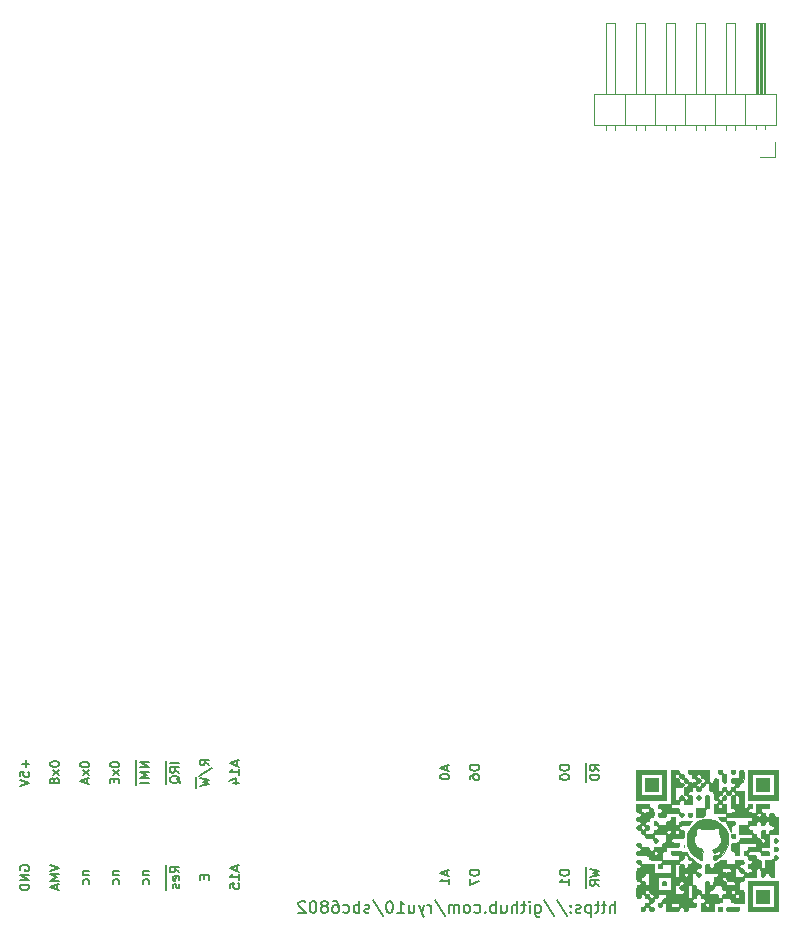
<source format=gbo>
G04 #@! TF.GenerationSoftware,KiCad,Pcbnew,(5.1.2-1)-1*
G04 #@! TF.CreationDate,2019-11-16T12:56:51-08:00*
G04 #@! TF.ProjectId,sbc6802,73626336-3830-4322-9e6b-696361645f70,1.0*
G04 #@! TF.SameCoordinates,Original*
G04 #@! TF.FileFunction,Legend,Bot*
G04 #@! TF.FilePolarity,Positive*
%FSLAX46Y46*%
G04 Gerber Fmt 4.6, Leading zero omitted, Abs format (unit mm)*
G04 Created by KiCad (PCBNEW (5.1.2-1)-1) date 2019-11-16 12:56:51*
%MOMM*%
%LPD*%
G04 APERTURE LIST*
%ADD10C,0.150000*%
%ADD11C,0.120000*%
%ADD12C,0.010000*%
G04 APERTURE END LIST*
D10*
X129140000Y-130835476D02*
X129101904Y-130759285D01*
X129101904Y-130645000D01*
X129140000Y-130530714D01*
X129216190Y-130454523D01*
X129292380Y-130416428D01*
X129444761Y-130378333D01*
X129559047Y-130378333D01*
X129711428Y-130416428D01*
X129787619Y-130454523D01*
X129863809Y-130530714D01*
X129901904Y-130645000D01*
X129901904Y-130721190D01*
X129863809Y-130835476D01*
X129825714Y-130873571D01*
X129559047Y-130873571D01*
X129559047Y-130721190D01*
X129901904Y-131216428D02*
X129101904Y-131216428D01*
X129901904Y-131673571D01*
X129101904Y-131673571D01*
X129901904Y-132054523D02*
X129101904Y-132054523D01*
X129101904Y-132245000D01*
X129140000Y-132359285D01*
X129216190Y-132435476D01*
X129292380Y-132473571D01*
X129444761Y-132511666D01*
X129559047Y-132511666D01*
X129711428Y-132473571D01*
X129787619Y-132435476D01*
X129863809Y-132359285D01*
X129901904Y-132245000D01*
X129901904Y-132054523D01*
X131641904Y-130378333D02*
X132441904Y-130645000D01*
X131641904Y-130911666D01*
X132441904Y-131178333D02*
X131641904Y-131178333D01*
X132213333Y-131445000D01*
X131641904Y-131711666D01*
X132441904Y-131711666D01*
X132213333Y-132054523D02*
X132213333Y-132435476D01*
X132441904Y-131978333D02*
X131641904Y-132245000D01*
X132441904Y-132511666D01*
X134448571Y-130930714D02*
X134981904Y-130930714D01*
X134524761Y-130930714D02*
X134486666Y-130968809D01*
X134448571Y-131045000D01*
X134448571Y-131159285D01*
X134486666Y-131235476D01*
X134562857Y-131273571D01*
X134981904Y-131273571D01*
X134943809Y-131997380D02*
X134981904Y-131921190D01*
X134981904Y-131768809D01*
X134943809Y-131692619D01*
X134905714Y-131654523D01*
X134829523Y-131616428D01*
X134600952Y-131616428D01*
X134524761Y-131654523D01*
X134486666Y-131692619D01*
X134448571Y-131768809D01*
X134448571Y-131921190D01*
X134486666Y-131997380D01*
X136988571Y-130930714D02*
X137521904Y-130930714D01*
X137064761Y-130930714D02*
X137026666Y-130968809D01*
X136988571Y-131045000D01*
X136988571Y-131159285D01*
X137026666Y-131235476D01*
X137102857Y-131273571D01*
X137521904Y-131273571D01*
X137483809Y-131997380D02*
X137521904Y-131921190D01*
X137521904Y-131768809D01*
X137483809Y-131692619D01*
X137445714Y-131654523D01*
X137369523Y-131616428D01*
X137140952Y-131616428D01*
X137064761Y-131654523D01*
X137026666Y-131692619D01*
X136988571Y-131768809D01*
X136988571Y-131921190D01*
X137026666Y-131997380D01*
X139528571Y-130930714D02*
X140061904Y-130930714D01*
X139604761Y-130930714D02*
X139566666Y-130968809D01*
X139528571Y-131045000D01*
X139528571Y-131159285D01*
X139566666Y-131235476D01*
X139642857Y-131273571D01*
X140061904Y-131273571D01*
X140023809Y-131997380D02*
X140061904Y-131921190D01*
X140061904Y-131768809D01*
X140023809Y-131692619D01*
X139985714Y-131654523D01*
X139909523Y-131616428D01*
X139680952Y-131616428D01*
X139604761Y-131654523D01*
X139566666Y-131692619D01*
X139528571Y-131768809D01*
X139528571Y-131921190D01*
X139566666Y-131997380D01*
X141469000Y-130378333D02*
X141469000Y-131178333D01*
X142601904Y-131025952D02*
X142220952Y-130759285D01*
X142601904Y-130568809D02*
X141801904Y-130568809D01*
X141801904Y-130873571D01*
X141840000Y-130949761D01*
X141878095Y-130987857D01*
X141954285Y-131025952D01*
X142068571Y-131025952D01*
X142144761Y-130987857D01*
X142182857Y-130949761D01*
X142220952Y-130873571D01*
X142220952Y-130568809D01*
X141469000Y-131178333D02*
X141469000Y-131864047D01*
X142563809Y-131673571D02*
X142601904Y-131597380D01*
X142601904Y-131445000D01*
X142563809Y-131368809D01*
X142487619Y-131330714D01*
X142182857Y-131330714D01*
X142106666Y-131368809D01*
X142068571Y-131445000D01*
X142068571Y-131597380D01*
X142106666Y-131673571D01*
X142182857Y-131711666D01*
X142259047Y-131711666D01*
X142335238Y-131330714D01*
X141469000Y-131864047D02*
X141469000Y-132511666D01*
X142563809Y-132016428D02*
X142601904Y-132092619D01*
X142601904Y-132245000D01*
X142563809Y-132321190D01*
X142487619Y-132359285D01*
X142449523Y-132359285D01*
X142373333Y-132321190D01*
X142335238Y-132245000D01*
X142335238Y-132130714D01*
X142297142Y-132054523D01*
X142220952Y-132016428D01*
X142182857Y-132016428D01*
X142106666Y-132054523D01*
X142068571Y-132130714D01*
X142068571Y-132245000D01*
X142106666Y-132321190D01*
X144722857Y-131273571D02*
X144722857Y-131540238D01*
X145141904Y-131654523D02*
X145141904Y-131273571D01*
X144341904Y-131273571D01*
X144341904Y-131654523D01*
X147453333Y-130492619D02*
X147453333Y-130873571D01*
X147681904Y-130416428D02*
X146881904Y-130683095D01*
X147681904Y-130949761D01*
X147681904Y-131635476D02*
X147681904Y-131178333D01*
X147681904Y-131406904D02*
X146881904Y-131406904D01*
X146996190Y-131330714D01*
X147072380Y-131254523D01*
X147110476Y-131178333D01*
X146881904Y-132359285D02*
X146881904Y-131978333D01*
X147262857Y-131940238D01*
X147224761Y-131978333D01*
X147186666Y-132054523D01*
X147186666Y-132245000D01*
X147224761Y-132321190D01*
X147262857Y-132359285D01*
X147339047Y-132397380D01*
X147529523Y-132397380D01*
X147605714Y-132359285D01*
X147643809Y-132321190D01*
X147681904Y-132245000D01*
X147681904Y-132054523D01*
X147643809Y-131978333D01*
X147605714Y-131940238D01*
X165233333Y-130873571D02*
X165233333Y-131254523D01*
X165461904Y-130797380D02*
X164661904Y-131064047D01*
X165461904Y-131330714D01*
X165461904Y-132016428D02*
X165461904Y-131559285D01*
X165461904Y-131787857D02*
X164661904Y-131787857D01*
X164776190Y-131711666D01*
X164852380Y-131635476D01*
X164890476Y-131559285D01*
X168001904Y-130854523D02*
X167201904Y-130854523D01*
X167201904Y-131045000D01*
X167240000Y-131159285D01*
X167316190Y-131235476D01*
X167392380Y-131273571D01*
X167544761Y-131311666D01*
X167659047Y-131311666D01*
X167811428Y-131273571D01*
X167887619Y-131235476D01*
X167963809Y-131159285D01*
X168001904Y-131045000D01*
X168001904Y-130854523D01*
X167201904Y-131578333D02*
X167201904Y-132111666D01*
X168001904Y-131768809D01*
X175621904Y-130854523D02*
X174821904Y-130854523D01*
X174821904Y-131045000D01*
X174860000Y-131159285D01*
X174936190Y-131235476D01*
X175012380Y-131273571D01*
X175164761Y-131311666D01*
X175279047Y-131311666D01*
X175431428Y-131273571D01*
X175507619Y-131235476D01*
X175583809Y-131159285D01*
X175621904Y-131045000D01*
X175621904Y-130854523D01*
X175621904Y-132073571D02*
X175621904Y-131616428D01*
X175621904Y-131845000D02*
X174821904Y-131845000D01*
X174936190Y-131768809D01*
X175012380Y-131692619D01*
X175050476Y-131616428D01*
X177029000Y-130587857D02*
X177029000Y-131502142D01*
X177361904Y-130702142D02*
X178161904Y-130892619D01*
X177590476Y-131045000D01*
X178161904Y-131197380D01*
X177361904Y-131387857D01*
X177029000Y-131502142D02*
X177029000Y-132302142D01*
X178161904Y-132149761D02*
X177780952Y-131883095D01*
X178161904Y-131692619D02*
X177361904Y-131692619D01*
X177361904Y-131997380D01*
X177400000Y-132073571D01*
X177438095Y-132111666D01*
X177514285Y-132149761D01*
X177628571Y-132149761D01*
X177704761Y-132111666D01*
X177742857Y-132073571D01*
X177780952Y-131997380D01*
X177780952Y-131692619D01*
X177029000Y-121755000D02*
X177029000Y-122555000D01*
X178161904Y-122402619D02*
X177780952Y-122135952D01*
X178161904Y-121945476D02*
X177361904Y-121945476D01*
X177361904Y-122250238D01*
X177400000Y-122326428D01*
X177438095Y-122364523D01*
X177514285Y-122402619D01*
X177628571Y-122402619D01*
X177704761Y-122364523D01*
X177742857Y-122326428D01*
X177780952Y-122250238D01*
X177780952Y-121945476D01*
X177029000Y-122555000D02*
X177029000Y-123355000D01*
X178161904Y-122745476D02*
X177361904Y-122745476D01*
X177361904Y-122935952D01*
X177400000Y-123050238D01*
X177476190Y-123126428D01*
X177552380Y-123164523D01*
X177704761Y-123202619D01*
X177819047Y-123202619D01*
X177971428Y-123164523D01*
X178047619Y-123126428D01*
X178123809Y-123050238D01*
X178161904Y-122935952D01*
X178161904Y-122745476D01*
X175621904Y-121964523D02*
X174821904Y-121964523D01*
X174821904Y-122155000D01*
X174860000Y-122269285D01*
X174936190Y-122345476D01*
X175012380Y-122383571D01*
X175164761Y-122421666D01*
X175279047Y-122421666D01*
X175431428Y-122383571D01*
X175507619Y-122345476D01*
X175583809Y-122269285D01*
X175621904Y-122155000D01*
X175621904Y-121964523D01*
X174821904Y-122916904D02*
X174821904Y-122993095D01*
X174860000Y-123069285D01*
X174898095Y-123107380D01*
X174974285Y-123145476D01*
X175126666Y-123183571D01*
X175317142Y-123183571D01*
X175469523Y-123145476D01*
X175545714Y-123107380D01*
X175583809Y-123069285D01*
X175621904Y-122993095D01*
X175621904Y-122916904D01*
X175583809Y-122840714D01*
X175545714Y-122802619D01*
X175469523Y-122764523D01*
X175317142Y-122726428D01*
X175126666Y-122726428D01*
X174974285Y-122764523D01*
X174898095Y-122802619D01*
X174860000Y-122840714D01*
X174821904Y-122916904D01*
X168001904Y-121964523D02*
X167201904Y-121964523D01*
X167201904Y-122155000D01*
X167240000Y-122269285D01*
X167316190Y-122345476D01*
X167392380Y-122383571D01*
X167544761Y-122421666D01*
X167659047Y-122421666D01*
X167811428Y-122383571D01*
X167887619Y-122345476D01*
X167963809Y-122269285D01*
X168001904Y-122155000D01*
X168001904Y-121964523D01*
X167201904Y-123107380D02*
X167201904Y-122955000D01*
X167240000Y-122878809D01*
X167278095Y-122840714D01*
X167392380Y-122764523D01*
X167544761Y-122726428D01*
X167849523Y-122726428D01*
X167925714Y-122764523D01*
X167963809Y-122802619D01*
X168001904Y-122878809D01*
X168001904Y-123031190D01*
X167963809Y-123107380D01*
X167925714Y-123145476D01*
X167849523Y-123183571D01*
X167659047Y-123183571D01*
X167582857Y-123145476D01*
X167544761Y-123107380D01*
X167506666Y-123031190D01*
X167506666Y-122878809D01*
X167544761Y-122802619D01*
X167582857Y-122764523D01*
X167659047Y-122726428D01*
X165233333Y-121983571D02*
X165233333Y-122364523D01*
X165461904Y-121907380D02*
X164661904Y-122174047D01*
X165461904Y-122440714D01*
X164661904Y-122859761D02*
X164661904Y-122935952D01*
X164700000Y-123012142D01*
X164738095Y-123050238D01*
X164814285Y-123088333D01*
X164966666Y-123126428D01*
X165157142Y-123126428D01*
X165309523Y-123088333D01*
X165385714Y-123050238D01*
X165423809Y-123012142D01*
X165461904Y-122935952D01*
X165461904Y-122859761D01*
X165423809Y-122783571D01*
X165385714Y-122745476D01*
X165309523Y-122707380D01*
X165157142Y-122669285D01*
X164966666Y-122669285D01*
X164814285Y-122707380D01*
X164738095Y-122745476D01*
X164700000Y-122783571D01*
X164661904Y-122859761D01*
X147453333Y-121602619D02*
X147453333Y-121983571D01*
X147681904Y-121526428D02*
X146881904Y-121793095D01*
X147681904Y-122059761D01*
X147681904Y-122745476D02*
X147681904Y-122288333D01*
X147681904Y-122516904D02*
X146881904Y-122516904D01*
X146996190Y-122440714D01*
X147072380Y-122364523D01*
X147110476Y-122288333D01*
X147148571Y-123431190D02*
X147681904Y-123431190D01*
X146843809Y-123240714D02*
X147415238Y-123050238D01*
X147415238Y-123545476D01*
X145141904Y-121926428D02*
X144760952Y-121659761D01*
X145141904Y-121469285D02*
X144341904Y-121469285D01*
X144341904Y-121774047D01*
X144380000Y-121850238D01*
X144418095Y-121888333D01*
X144494285Y-121926428D01*
X144608571Y-121926428D01*
X144684761Y-121888333D01*
X144722857Y-121850238D01*
X144760952Y-121774047D01*
X144760952Y-121469285D01*
X144303809Y-122840714D02*
X145332380Y-122155000D01*
X144009000Y-122916904D02*
X144009000Y-123831190D01*
X144341904Y-123031190D02*
X145141904Y-123221666D01*
X144570476Y-123374047D01*
X145141904Y-123526428D01*
X144341904Y-123716904D01*
X141469000Y-121545476D02*
X141469000Y-121926428D01*
X142601904Y-121735952D02*
X141801904Y-121735952D01*
X141469000Y-121926428D02*
X141469000Y-122726428D01*
X142601904Y-122574047D02*
X142220952Y-122307380D01*
X142601904Y-122116904D02*
X141801904Y-122116904D01*
X141801904Y-122421666D01*
X141840000Y-122497857D01*
X141878095Y-122535952D01*
X141954285Y-122574047D01*
X142068571Y-122574047D01*
X142144761Y-122535952D01*
X142182857Y-122497857D01*
X142220952Y-122421666D01*
X142220952Y-122116904D01*
X141469000Y-122726428D02*
X141469000Y-123564523D01*
X142678095Y-123450238D02*
X142640000Y-123374047D01*
X142563809Y-123297857D01*
X142449523Y-123183571D01*
X142411428Y-123107380D01*
X142411428Y-123031190D01*
X142601904Y-123069285D02*
X142563809Y-122993095D01*
X142487619Y-122916904D01*
X142335238Y-122878809D01*
X142068571Y-122878809D01*
X141916190Y-122916904D01*
X141840000Y-122993095D01*
X141801904Y-123069285D01*
X141801904Y-123221666D01*
X141840000Y-123297857D01*
X141916190Y-123374047D01*
X142068571Y-123412142D01*
X142335238Y-123412142D01*
X142487619Y-123374047D01*
X142563809Y-123297857D01*
X142601904Y-123221666D01*
X142601904Y-123069285D01*
X138929000Y-121488333D02*
X138929000Y-122326428D01*
X140061904Y-121678809D02*
X139261904Y-121678809D01*
X140061904Y-122135952D01*
X139261904Y-122135952D01*
X138929000Y-122326428D02*
X138929000Y-123240714D01*
X140061904Y-122516904D02*
X139261904Y-122516904D01*
X139833333Y-122783571D01*
X139261904Y-123050238D01*
X140061904Y-123050238D01*
X138929000Y-123240714D02*
X138929000Y-123621666D01*
X140061904Y-123431190D02*
X139261904Y-123431190D01*
X136721904Y-121831190D02*
X136721904Y-121907380D01*
X136760000Y-121983571D01*
X136798095Y-122021666D01*
X136874285Y-122059761D01*
X137026666Y-122097857D01*
X137217142Y-122097857D01*
X137369523Y-122059761D01*
X137445714Y-122021666D01*
X137483809Y-121983571D01*
X137521904Y-121907380D01*
X137521904Y-121831190D01*
X137483809Y-121755000D01*
X137445714Y-121716904D01*
X137369523Y-121678809D01*
X137217142Y-121640714D01*
X137026666Y-121640714D01*
X136874285Y-121678809D01*
X136798095Y-121716904D01*
X136760000Y-121755000D01*
X136721904Y-121831190D01*
X137521904Y-122364523D02*
X136988571Y-122783571D01*
X136988571Y-122364523D02*
X137521904Y-122783571D01*
X137102857Y-123088333D02*
X137102857Y-123355000D01*
X137521904Y-123469285D02*
X137521904Y-123088333D01*
X136721904Y-123088333D01*
X136721904Y-123469285D01*
X134181904Y-121850238D02*
X134181904Y-121926428D01*
X134220000Y-122002619D01*
X134258095Y-122040714D01*
X134334285Y-122078809D01*
X134486666Y-122116904D01*
X134677142Y-122116904D01*
X134829523Y-122078809D01*
X134905714Y-122040714D01*
X134943809Y-122002619D01*
X134981904Y-121926428D01*
X134981904Y-121850238D01*
X134943809Y-121774047D01*
X134905714Y-121735952D01*
X134829523Y-121697857D01*
X134677142Y-121659761D01*
X134486666Y-121659761D01*
X134334285Y-121697857D01*
X134258095Y-121735952D01*
X134220000Y-121774047D01*
X134181904Y-121850238D01*
X134981904Y-122383571D02*
X134448571Y-122802619D01*
X134448571Y-122383571D02*
X134981904Y-122802619D01*
X134753333Y-123069285D02*
X134753333Y-123450238D01*
X134981904Y-122993095D02*
X134181904Y-123259761D01*
X134981904Y-123526428D01*
X131641904Y-121812142D02*
X131641904Y-121888333D01*
X131680000Y-121964523D01*
X131718095Y-122002619D01*
X131794285Y-122040714D01*
X131946666Y-122078809D01*
X132137142Y-122078809D01*
X132289523Y-122040714D01*
X132365714Y-122002619D01*
X132403809Y-121964523D01*
X132441904Y-121888333D01*
X132441904Y-121812142D01*
X132403809Y-121735952D01*
X132365714Y-121697857D01*
X132289523Y-121659761D01*
X132137142Y-121621666D01*
X131946666Y-121621666D01*
X131794285Y-121659761D01*
X131718095Y-121697857D01*
X131680000Y-121735952D01*
X131641904Y-121812142D01*
X132441904Y-122345476D02*
X131908571Y-122764523D01*
X131908571Y-122345476D02*
X132441904Y-122764523D01*
X131984761Y-123183571D02*
X131946666Y-123107380D01*
X131908571Y-123069285D01*
X131832380Y-123031190D01*
X131794285Y-123031190D01*
X131718095Y-123069285D01*
X131680000Y-123107380D01*
X131641904Y-123183571D01*
X131641904Y-123335952D01*
X131680000Y-123412142D01*
X131718095Y-123450238D01*
X131794285Y-123488333D01*
X131832380Y-123488333D01*
X131908571Y-123450238D01*
X131946666Y-123412142D01*
X131984761Y-123335952D01*
X131984761Y-123183571D01*
X132022857Y-123107380D01*
X132060952Y-123069285D01*
X132137142Y-123031190D01*
X132289523Y-123031190D01*
X132365714Y-123069285D01*
X132403809Y-123107380D01*
X132441904Y-123183571D01*
X132441904Y-123335952D01*
X132403809Y-123412142D01*
X132365714Y-123450238D01*
X132289523Y-123488333D01*
X132137142Y-123488333D01*
X132060952Y-123450238D01*
X132022857Y-123412142D01*
X131984761Y-123335952D01*
X129597142Y-121526428D02*
X129597142Y-122135952D01*
X129901904Y-121831190D02*
X129292380Y-121831190D01*
X129101904Y-122897857D02*
X129101904Y-122516904D01*
X129482857Y-122478809D01*
X129444761Y-122516904D01*
X129406666Y-122593095D01*
X129406666Y-122783571D01*
X129444761Y-122859761D01*
X129482857Y-122897857D01*
X129559047Y-122935952D01*
X129749523Y-122935952D01*
X129825714Y-122897857D01*
X129863809Y-122859761D01*
X129901904Y-122783571D01*
X129901904Y-122593095D01*
X129863809Y-122516904D01*
X129825714Y-122478809D01*
X129101904Y-123164523D02*
X129901904Y-123431190D01*
X129101904Y-123697857D01*
X179497500Y-134437380D02*
X179497500Y-133437380D01*
X179068928Y-134437380D02*
X179068928Y-133913571D01*
X179116547Y-133818333D01*
X179211785Y-133770714D01*
X179354642Y-133770714D01*
X179449880Y-133818333D01*
X179497500Y-133865952D01*
X178735595Y-133770714D02*
X178354642Y-133770714D01*
X178592738Y-133437380D02*
X178592738Y-134294523D01*
X178545119Y-134389761D01*
X178449880Y-134437380D01*
X178354642Y-134437380D01*
X178164166Y-133770714D02*
X177783214Y-133770714D01*
X178021309Y-133437380D02*
X178021309Y-134294523D01*
X177973690Y-134389761D01*
X177878452Y-134437380D01*
X177783214Y-134437380D01*
X177449880Y-133770714D02*
X177449880Y-134770714D01*
X177449880Y-133818333D02*
X177354642Y-133770714D01*
X177164166Y-133770714D01*
X177068928Y-133818333D01*
X177021309Y-133865952D01*
X176973690Y-133961190D01*
X176973690Y-134246904D01*
X177021309Y-134342142D01*
X177068928Y-134389761D01*
X177164166Y-134437380D01*
X177354642Y-134437380D01*
X177449880Y-134389761D01*
X176592738Y-134389761D02*
X176497500Y-134437380D01*
X176307023Y-134437380D01*
X176211785Y-134389761D01*
X176164166Y-134294523D01*
X176164166Y-134246904D01*
X176211785Y-134151666D01*
X176307023Y-134104047D01*
X176449880Y-134104047D01*
X176545119Y-134056428D01*
X176592738Y-133961190D01*
X176592738Y-133913571D01*
X176545119Y-133818333D01*
X176449880Y-133770714D01*
X176307023Y-133770714D01*
X176211785Y-133818333D01*
X175735595Y-134342142D02*
X175687976Y-134389761D01*
X175735595Y-134437380D01*
X175783214Y-134389761D01*
X175735595Y-134342142D01*
X175735595Y-134437380D01*
X175735595Y-133818333D02*
X175687976Y-133865952D01*
X175735595Y-133913571D01*
X175783214Y-133865952D01*
X175735595Y-133818333D01*
X175735595Y-133913571D01*
X174545119Y-133389761D02*
X175402261Y-134675476D01*
X173497500Y-133389761D02*
X174354642Y-134675476D01*
X172735595Y-133770714D02*
X172735595Y-134580238D01*
X172783214Y-134675476D01*
X172830833Y-134723095D01*
X172926071Y-134770714D01*
X173068928Y-134770714D01*
X173164166Y-134723095D01*
X172735595Y-134389761D02*
X172830833Y-134437380D01*
X173021309Y-134437380D01*
X173116547Y-134389761D01*
X173164166Y-134342142D01*
X173211785Y-134246904D01*
X173211785Y-133961190D01*
X173164166Y-133865952D01*
X173116547Y-133818333D01*
X173021309Y-133770714D01*
X172830833Y-133770714D01*
X172735595Y-133818333D01*
X172259404Y-134437380D02*
X172259404Y-133770714D01*
X172259404Y-133437380D02*
X172307023Y-133485000D01*
X172259404Y-133532619D01*
X172211785Y-133485000D01*
X172259404Y-133437380D01*
X172259404Y-133532619D01*
X171926071Y-133770714D02*
X171545119Y-133770714D01*
X171783214Y-133437380D02*
X171783214Y-134294523D01*
X171735595Y-134389761D01*
X171640357Y-134437380D01*
X171545119Y-134437380D01*
X171211785Y-134437380D02*
X171211785Y-133437380D01*
X170783214Y-134437380D02*
X170783214Y-133913571D01*
X170830833Y-133818333D01*
X170926071Y-133770714D01*
X171068928Y-133770714D01*
X171164166Y-133818333D01*
X171211785Y-133865952D01*
X169878452Y-133770714D02*
X169878452Y-134437380D01*
X170307023Y-133770714D02*
X170307023Y-134294523D01*
X170259404Y-134389761D01*
X170164166Y-134437380D01*
X170021309Y-134437380D01*
X169926071Y-134389761D01*
X169878452Y-134342142D01*
X169402261Y-134437380D02*
X169402261Y-133437380D01*
X169402261Y-133818333D02*
X169307023Y-133770714D01*
X169116547Y-133770714D01*
X169021309Y-133818333D01*
X168973690Y-133865952D01*
X168926071Y-133961190D01*
X168926071Y-134246904D01*
X168973690Y-134342142D01*
X169021309Y-134389761D01*
X169116547Y-134437380D01*
X169307023Y-134437380D01*
X169402261Y-134389761D01*
X168497500Y-134342142D02*
X168449880Y-134389761D01*
X168497500Y-134437380D01*
X168545119Y-134389761D01*
X168497500Y-134342142D01*
X168497500Y-134437380D01*
X167592738Y-134389761D02*
X167687976Y-134437380D01*
X167878452Y-134437380D01*
X167973690Y-134389761D01*
X168021309Y-134342142D01*
X168068928Y-134246904D01*
X168068928Y-133961190D01*
X168021309Y-133865952D01*
X167973690Y-133818333D01*
X167878452Y-133770714D01*
X167687976Y-133770714D01*
X167592738Y-133818333D01*
X167021309Y-134437380D02*
X167116547Y-134389761D01*
X167164166Y-134342142D01*
X167211785Y-134246904D01*
X167211785Y-133961190D01*
X167164166Y-133865952D01*
X167116547Y-133818333D01*
X167021309Y-133770714D01*
X166878452Y-133770714D01*
X166783214Y-133818333D01*
X166735595Y-133865952D01*
X166687976Y-133961190D01*
X166687976Y-134246904D01*
X166735595Y-134342142D01*
X166783214Y-134389761D01*
X166878452Y-134437380D01*
X167021309Y-134437380D01*
X166259404Y-134437380D02*
X166259404Y-133770714D01*
X166259404Y-133865952D02*
X166211785Y-133818333D01*
X166116547Y-133770714D01*
X165973690Y-133770714D01*
X165878452Y-133818333D01*
X165830833Y-133913571D01*
X165830833Y-134437380D01*
X165830833Y-133913571D02*
X165783214Y-133818333D01*
X165687976Y-133770714D01*
X165545119Y-133770714D01*
X165449880Y-133818333D01*
X165402261Y-133913571D01*
X165402261Y-134437380D01*
X164211785Y-133389761D02*
X165068928Y-134675476D01*
X163878452Y-134437380D02*
X163878452Y-133770714D01*
X163878452Y-133961190D02*
X163830833Y-133865952D01*
X163783214Y-133818333D01*
X163687976Y-133770714D01*
X163592738Y-133770714D01*
X163354642Y-133770714D02*
X163116547Y-134437380D01*
X162878452Y-133770714D02*
X163116547Y-134437380D01*
X163211785Y-134675476D01*
X163259404Y-134723095D01*
X163354642Y-134770714D01*
X162068928Y-133770714D02*
X162068928Y-134437380D01*
X162497500Y-133770714D02*
X162497500Y-134294523D01*
X162449880Y-134389761D01*
X162354642Y-134437380D01*
X162211785Y-134437380D01*
X162116547Y-134389761D01*
X162068928Y-134342142D01*
X161068928Y-134437380D02*
X161640357Y-134437380D01*
X161354642Y-134437380D02*
X161354642Y-133437380D01*
X161449880Y-133580238D01*
X161545119Y-133675476D01*
X161640357Y-133723095D01*
X160449880Y-133437380D02*
X160354642Y-133437380D01*
X160259404Y-133485000D01*
X160211785Y-133532619D01*
X160164166Y-133627857D01*
X160116547Y-133818333D01*
X160116547Y-134056428D01*
X160164166Y-134246904D01*
X160211785Y-134342142D01*
X160259404Y-134389761D01*
X160354642Y-134437380D01*
X160449880Y-134437380D01*
X160545119Y-134389761D01*
X160592738Y-134342142D01*
X160640357Y-134246904D01*
X160687976Y-134056428D01*
X160687976Y-133818333D01*
X160640357Y-133627857D01*
X160592738Y-133532619D01*
X160545119Y-133485000D01*
X160449880Y-133437380D01*
X158973690Y-133389761D02*
X159830833Y-134675476D01*
X158687976Y-134389761D02*
X158592738Y-134437380D01*
X158402261Y-134437380D01*
X158307023Y-134389761D01*
X158259404Y-134294523D01*
X158259404Y-134246904D01*
X158307023Y-134151666D01*
X158402261Y-134104047D01*
X158545119Y-134104047D01*
X158640357Y-134056428D01*
X158687976Y-133961190D01*
X158687976Y-133913571D01*
X158640357Y-133818333D01*
X158545119Y-133770714D01*
X158402261Y-133770714D01*
X158307023Y-133818333D01*
X157830833Y-134437380D02*
X157830833Y-133437380D01*
X157830833Y-133818333D02*
X157735595Y-133770714D01*
X157545119Y-133770714D01*
X157449880Y-133818333D01*
X157402261Y-133865952D01*
X157354642Y-133961190D01*
X157354642Y-134246904D01*
X157402261Y-134342142D01*
X157449880Y-134389761D01*
X157545119Y-134437380D01*
X157735595Y-134437380D01*
X157830833Y-134389761D01*
X156497500Y-134389761D02*
X156592738Y-134437380D01*
X156783214Y-134437380D01*
X156878452Y-134389761D01*
X156926071Y-134342142D01*
X156973690Y-134246904D01*
X156973690Y-133961190D01*
X156926071Y-133865952D01*
X156878452Y-133818333D01*
X156783214Y-133770714D01*
X156592738Y-133770714D01*
X156497500Y-133818333D01*
X155640357Y-133437380D02*
X155830833Y-133437380D01*
X155926071Y-133485000D01*
X155973690Y-133532619D01*
X156068928Y-133675476D01*
X156116547Y-133865952D01*
X156116547Y-134246904D01*
X156068928Y-134342142D01*
X156021309Y-134389761D01*
X155926071Y-134437380D01*
X155735595Y-134437380D01*
X155640357Y-134389761D01*
X155592738Y-134342142D01*
X155545119Y-134246904D01*
X155545119Y-134008809D01*
X155592738Y-133913571D01*
X155640357Y-133865952D01*
X155735595Y-133818333D01*
X155926071Y-133818333D01*
X156021309Y-133865952D01*
X156068928Y-133913571D01*
X156116547Y-134008809D01*
X154973690Y-133865952D02*
X155068928Y-133818333D01*
X155116547Y-133770714D01*
X155164166Y-133675476D01*
X155164166Y-133627857D01*
X155116547Y-133532619D01*
X155068928Y-133485000D01*
X154973690Y-133437380D01*
X154783214Y-133437380D01*
X154687976Y-133485000D01*
X154640357Y-133532619D01*
X154592738Y-133627857D01*
X154592738Y-133675476D01*
X154640357Y-133770714D01*
X154687976Y-133818333D01*
X154783214Y-133865952D01*
X154973690Y-133865952D01*
X155068928Y-133913571D01*
X155116547Y-133961190D01*
X155164166Y-134056428D01*
X155164166Y-134246904D01*
X155116547Y-134342142D01*
X155068928Y-134389761D01*
X154973690Y-134437380D01*
X154783214Y-134437380D01*
X154687976Y-134389761D01*
X154640357Y-134342142D01*
X154592738Y-134246904D01*
X154592738Y-134056428D01*
X154640357Y-133961190D01*
X154687976Y-133913571D01*
X154783214Y-133865952D01*
X153973690Y-133437380D02*
X153878452Y-133437380D01*
X153783214Y-133485000D01*
X153735595Y-133532619D01*
X153687976Y-133627857D01*
X153640357Y-133818333D01*
X153640357Y-134056428D01*
X153687976Y-134246904D01*
X153735595Y-134342142D01*
X153783214Y-134389761D01*
X153878452Y-134437380D01*
X153973690Y-134437380D01*
X154068928Y-134389761D01*
X154116547Y-134342142D01*
X154164166Y-134246904D01*
X154211785Y-134056428D01*
X154211785Y-133818333D01*
X154164166Y-133627857D01*
X154116547Y-133532619D01*
X154068928Y-133485000D01*
X153973690Y-133437380D01*
X153259404Y-133532619D02*
X153211785Y-133485000D01*
X153116547Y-133437380D01*
X152878452Y-133437380D01*
X152783214Y-133485000D01*
X152735595Y-133532619D01*
X152687976Y-133627857D01*
X152687976Y-133723095D01*
X152735595Y-133865952D01*
X153307023Y-134437380D01*
X152687976Y-134437380D01*
D11*
X193100000Y-67775000D02*
X177740000Y-67775000D01*
X177740000Y-67775000D02*
X177740000Y-65115000D01*
X177740000Y-65115000D02*
X193100000Y-65115000D01*
X193100000Y-65115000D02*
X193100000Y-67775000D01*
X192150000Y-65115000D02*
X192150000Y-59115000D01*
X192150000Y-59115000D02*
X191390000Y-59115000D01*
X191390000Y-59115000D02*
X191390000Y-65115000D01*
X192090000Y-65115000D02*
X192090000Y-59115000D01*
X191970000Y-65115000D02*
X191970000Y-59115000D01*
X191850000Y-65115000D02*
X191850000Y-59115000D01*
X191730000Y-65115000D02*
X191730000Y-59115000D01*
X191610000Y-65115000D02*
X191610000Y-59115000D01*
X191490000Y-65115000D02*
X191490000Y-59115000D01*
X192150000Y-68105000D02*
X192150000Y-67775000D01*
X191390000Y-68105000D02*
X191390000Y-67775000D01*
X190500000Y-67775000D02*
X190500000Y-65115000D01*
X189610000Y-65115000D02*
X189610000Y-59115000D01*
X189610000Y-59115000D02*
X188850000Y-59115000D01*
X188850000Y-59115000D02*
X188850000Y-65115000D01*
X189610000Y-68172071D02*
X189610000Y-67775000D01*
X188850000Y-68172071D02*
X188850000Y-67775000D01*
X187960000Y-67775000D02*
X187960000Y-65115000D01*
X187070000Y-65115000D02*
X187070000Y-59115000D01*
X187070000Y-59115000D02*
X186310000Y-59115000D01*
X186310000Y-59115000D02*
X186310000Y-65115000D01*
X187070000Y-68172071D02*
X187070000Y-67775000D01*
X186310000Y-68172071D02*
X186310000Y-67775000D01*
X185420000Y-67775000D02*
X185420000Y-65115000D01*
X184530000Y-65115000D02*
X184530000Y-59115000D01*
X184530000Y-59115000D02*
X183770000Y-59115000D01*
X183770000Y-59115000D02*
X183770000Y-65115000D01*
X184530000Y-68172071D02*
X184530000Y-67775000D01*
X183770000Y-68172071D02*
X183770000Y-67775000D01*
X182880000Y-67775000D02*
X182880000Y-65115000D01*
X181990000Y-65115000D02*
X181990000Y-59115000D01*
X181990000Y-59115000D02*
X181230000Y-59115000D01*
X181230000Y-59115000D02*
X181230000Y-65115000D01*
X181990000Y-68172071D02*
X181990000Y-67775000D01*
X181230000Y-68172071D02*
X181230000Y-67775000D01*
X180340000Y-67775000D02*
X180340000Y-65115000D01*
X179450000Y-65115000D02*
X179450000Y-59115000D01*
X179450000Y-59115000D02*
X178690000Y-59115000D01*
X178690000Y-59115000D02*
X178690000Y-65115000D01*
X179450000Y-68172071D02*
X179450000Y-67775000D01*
X178690000Y-68172071D02*
X178690000Y-67775000D01*
X191770000Y-70485000D02*
X193040000Y-70485000D01*
X193040000Y-70485000D02*
X193040000Y-69215000D01*
D12*
G36*
X182027286Y-124133429D02*
G01*
X183115857Y-124133429D01*
X183115857Y-123044857D01*
X182027286Y-123044857D01*
X182027286Y-124133429D01*
X182027286Y-124133429D01*
G37*
X182027286Y-124133429D02*
X183115857Y-124133429D01*
X183115857Y-123044857D01*
X182027286Y-123044857D01*
X182027286Y-124133429D01*
G36*
X191461571Y-124133429D02*
G01*
X192550143Y-124133429D01*
X192550143Y-123044857D01*
X191461571Y-123044857D01*
X191461571Y-124133429D01*
X191461571Y-124133429D01*
G37*
X191461571Y-124133429D02*
X192550143Y-124133429D01*
X192550143Y-123044857D01*
X191461571Y-123044857D01*
X191461571Y-124133429D01*
G36*
X188602038Y-124526260D02*
G01*
X188559480Y-124644280D01*
X188558714Y-124677714D01*
X188588688Y-124815819D01*
X188706708Y-124858377D01*
X188740143Y-124859143D01*
X188878247Y-124829169D01*
X188920805Y-124711149D01*
X188921571Y-124677714D01*
X188891597Y-124539610D01*
X188773577Y-124497052D01*
X188740143Y-124496286D01*
X188602038Y-124526260D01*
X188602038Y-124526260D01*
G37*
X188602038Y-124526260D02*
X188559480Y-124644280D01*
X188558714Y-124677714D01*
X188588688Y-124815819D01*
X188706708Y-124858377D01*
X188740143Y-124859143D01*
X188878247Y-124829169D01*
X188920805Y-124711149D01*
X188921571Y-124677714D01*
X188891597Y-124539610D01*
X188773577Y-124497052D01*
X188740143Y-124496286D01*
X188602038Y-124526260D01*
G36*
X183522038Y-131783403D02*
G01*
X183479480Y-131901423D01*
X183478714Y-131934857D01*
X183508688Y-132072962D01*
X183626708Y-132115520D01*
X183660143Y-132116286D01*
X183798247Y-132086312D01*
X183840805Y-131968292D01*
X183841571Y-131934857D01*
X183811597Y-131796753D01*
X183693577Y-131754195D01*
X183660143Y-131753429D01*
X183522038Y-131783403D01*
X183522038Y-131783403D01*
G37*
X183522038Y-131783403D02*
X183479480Y-131901423D01*
X183478714Y-131934857D01*
X183508688Y-132072962D01*
X183626708Y-132115520D01*
X183660143Y-132116286D01*
X183798247Y-132086312D01*
X183840805Y-131968292D01*
X183841571Y-131934857D01*
X183811597Y-131796753D01*
X183693577Y-131754195D01*
X183660143Y-131753429D01*
X183522038Y-131783403D01*
G36*
X191461571Y-133567714D02*
G01*
X192550143Y-133567714D01*
X192550143Y-132479143D01*
X191461571Y-132479143D01*
X191461571Y-133567714D01*
X191461571Y-133567714D01*
G37*
X191461571Y-133567714D02*
X192550143Y-133567714D01*
X192550143Y-132479143D01*
X191461571Y-132479143D01*
X191461571Y-133567714D01*
G36*
X189327753Y-122349117D02*
G01*
X189285195Y-122467137D01*
X189284428Y-122500572D01*
X189314402Y-122638676D01*
X189432422Y-122681234D01*
X189465857Y-122682000D01*
X189603961Y-122652026D01*
X189646519Y-122534006D01*
X189647285Y-122500572D01*
X189617312Y-122362467D01*
X189499291Y-122319909D01*
X189465857Y-122319143D01*
X189327753Y-122349117D01*
X189327753Y-122349117D01*
G37*
X189327753Y-122349117D02*
X189285195Y-122467137D01*
X189284428Y-122500572D01*
X189314402Y-122638676D01*
X189432422Y-122681234D01*
X189465857Y-122682000D01*
X189603961Y-122652026D01*
X189646519Y-122534006D01*
X189647285Y-122500572D01*
X189617312Y-122362467D01*
X189499291Y-122319909D01*
X189465857Y-122319143D01*
X189327753Y-122349117D01*
G36*
X188239181Y-122349117D02*
G01*
X188196623Y-122467137D01*
X188195857Y-122500572D01*
X188225831Y-122638676D01*
X188343851Y-122681234D01*
X188377286Y-122682000D01*
X188484962Y-122693765D01*
X188538679Y-122753804D01*
X188556995Y-122899234D01*
X188558714Y-123044857D01*
X188564596Y-123260209D01*
X188594616Y-123367643D01*
X188667331Y-123404277D01*
X188740143Y-123407715D01*
X188847819Y-123395950D01*
X188901536Y-123335911D01*
X188919853Y-123190480D01*
X188921571Y-123044857D01*
X188915689Y-122829505D01*
X188885670Y-122722071D01*
X188812954Y-122685438D01*
X188740143Y-122682000D01*
X188602038Y-122652026D01*
X188559480Y-122534006D01*
X188558714Y-122500572D01*
X188528740Y-122362467D01*
X188410720Y-122319909D01*
X188377286Y-122319143D01*
X188239181Y-122349117D01*
X188239181Y-122349117D01*
G37*
X188239181Y-122349117D02*
X188196623Y-122467137D01*
X188195857Y-122500572D01*
X188225831Y-122638676D01*
X188343851Y-122681234D01*
X188377286Y-122682000D01*
X188484962Y-122693765D01*
X188538679Y-122753804D01*
X188556995Y-122899234D01*
X188558714Y-123044857D01*
X188564596Y-123260209D01*
X188594616Y-123367643D01*
X188667331Y-123404277D01*
X188740143Y-123407715D01*
X188847819Y-123395950D01*
X188901536Y-123335911D01*
X188919853Y-123190480D01*
X188921571Y-123044857D01*
X188915689Y-122829505D01*
X188885670Y-122722071D01*
X188812954Y-122685438D01*
X188740143Y-122682000D01*
X188602038Y-122652026D01*
X188559480Y-122534006D01*
X188558714Y-122500572D01*
X188528740Y-122362467D01*
X188410720Y-122319909D01*
X188377286Y-122319143D01*
X188239181Y-122349117D01*
G36*
X181301571Y-124859143D02*
G01*
X183841571Y-124859143D01*
X183841571Y-122682000D01*
X183478714Y-122682000D01*
X183478714Y-124496286D01*
X181664428Y-124496286D01*
X181664428Y-122682000D01*
X183478714Y-122682000D01*
X183841571Y-122682000D01*
X183841571Y-122319143D01*
X181301571Y-122319143D01*
X181301571Y-124859143D01*
X181301571Y-124859143D01*
G37*
X181301571Y-124859143D02*
X183841571Y-124859143D01*
X183841571Y-122682000D01*
X183478714Y-122682000D01*
X183478714Y-124496286D01*
X181664428Y-124496286D01*
X181664428Y-122682000D01*
X183478714Y-122682000D01*
X183841571Y-122682000D01*
X183841571Y-122319143D01*
X181301571Y-122319143D01*
X181301571Y-124859143D01*
G36*
X186424895Y-124526260D02*
G01*
X186382337Y-124644280D01*
X186381571Y-124677714D01*
X186411545Y-124815819D01*
X186529565Y-124858377D01*
X186563000Y-124859143D01*
X186701104Y-124829169D01*
X186743662Y-124711149D01*
X186744428Y-124677714D01*
X186714455Y-124539610D01*
X186596434Y-124497052D01*
X186563000Y-124496286D01*
X186424895Y-124526260D01*
X186424895Y-124526260D01*
G37*
X186424895Y-124526260D02*
X186382337Y-124644280D01*
X186381571Y-124677714D01*
X186411545Y-124815819D01*
X186529565Y-124858377D01*
X186563000Y-124859143D01*
X186701104Y-124829169D01*
X186743662Y-124711149D01*
X186744428Y-124677714D01*
X186714455Y-124539610D01*
X186596434Y-124497052D01*
X186563000Y-124496286D01*
X186424895Y-124526260D01*
G36*
X190735857Y-124859143D02*
G01*
X193275857Y-124859143D01*
X193275857Y-122682000D01*
X192913000Y-122682000D01*
X192913000Y-124496286D01*
X191098714Y-124496286D01*
X191098714Y-122682000D01*
X192913000Y-122682000D01*
X193275857Y-122682000D01*
X193275857Y-122319143D01*
X190735857Y-122319143D01*
X190735857Y-124859143D01*
X190735857Y-124859143D01*
G37*
X190735857Y-124859143D02*
X193275857Y-124859143D01*
X193275857Y-122682000D01*
X192913000Y-122682000D01*
X192913000Y-124496286D01*
X191098714Y-124496286D01*
X191098714Y-122682000D01*
X192913000Y-122682000D01*
X193275857Y-122682000D01*
X193275857Y-122319143D01*
X190735857Y-122319143D01*
X190735857Y-124859143D01*
G36*
X185699181Y-125977688D02*
G01*
X185656623Y-126095709D01*
X185655857Y-126129143D01*
X185685831Y-126267247D01*
X185803851Y-126309805D01*
X185837285Y-126310572D01*
X185975390Y-126280598D01*
X186017948Y-126162578D01*
X186018714Y-126129143D01*
X185988740Y-125991039D01*
X185870720Y-125948481D01*
X185837285Y-125947715D01*
X185699181Y-125977688D01*
X185699181Y-125977688D01*
G37*
X185699181Y-125977688D02*
X185656623Y-126095709D01*
X185655857Y-126129143D01*
X185685831Y-126267247D01*
X185803851Y-126309805D01*
X185837285Y-126310572D01*
X185975390Y-126280598D01*
X186017948Y-126162578D01*
X186018714Y-126129143D01*
X185988740Y-125991039D01*
X185870720Y-125948481D01*
X185837285Y-125947715D01*
X185699181Y-125977688D01*
G36*
X187196432Y-124503069D02*
G01*
X187142338Y-124543801D01*
X187116242Y-124649053D01*
X187107952Y-124849400D01*
X187107286Y-125040572D01*
X187107286Y-125584857D01*
X186381571Y-125584857D01*
X186381571Y-126310572D01*
X186653714Y-126304842D01*
X186857305Y-126291761D01*
X187003235Y-126267089D01*
X187016571Y-126262509D01*
X187075591Y-126169313D01*
X187105559Y-125974310D01*
X187107286Y-125905381D01*
X187115141Y-125706228D01*
X187153498Y-125612780D01*
X187244547Y-125585836D01*
X187288714Y-125584857D01*
X187380996Y-125578074D01*
X187435090Y-125537343D01*
X187461186Y-125432090D01*
X187469476Y-125231743D01*
X187470143Y-125040572D01*
X187467882Y-124763725D01*
X187454304Y-124601444D01*
X187419220Y-124523156D01*
X187352438Y-124498287D01*
X187288714Y-124496286D01*
X187196432Y-124503069D01*
X187196432Y-124503069D01*
G37*
X187196432Y-124503069D02*
X187142338Y-124543801D01*
X187116242Y-124649053D01*
X187107952Y-124849400D01*
X187107286Y-125040572D01*
X187107286Y-125584857D01*
X186381571Y-125584857D01*
X186381571Y-126310572D01*
X186653714Y-126304842D01*
X186857305Y-126291761D01*
X187003235Y-126267089D01*
X187016571Y-126262509D01*
X187075591Y-126169313D01*
X187105559Y-125974310D01*
X187107286Y-125905381D01*
X187115141Y-125706228D01*
X187153498Y-125612780D01*
X187244547Y-125585836D01*
X187288714Y-125584857D01*
X187380996Y-125578074D01*
X187435090Y-125537343D01*
X187461186Y-125432090D01*
X187469476Y-125231743D01*
X187470143Y-125040572D01*
X187467882Y-124763725D01*
X187454304Y-124601444D01*
X187419220Y-124523156D01*
X187352438Y-124498287D01*
X187288714Y-124496286D01*
X187196432Y-124503069D01*
G36*
X189324238Y-127783575D02*
G01*
X189307351Y-127860630D01*
X189312950Y-127876793D01*
X189352109Y-128015053D01*
X189357000Y-128058221D01*
X189417835Y-128112379D01*
X189502143Y-128124857D01*
X189615958Y-128082336D01*
X189647285Y-127943429D01*
X189618924Y-127807255D01*
X189505115Y-127763387D01*
X189458093Y-127762000D01*
X189324238Y-127783575D01*
X189324238Y-127783575D01*
G37*
X189324238Y-127783575D02*
X189307351Y-127860630D01*
X189312950Y-127876793D01*
X189352109Y-128015053D01*
X189357000Y-128058221D01*
X189417835Y-128112379D01*
X189502143Y-128124857D01*
X189615958Y-128082336D01*
X189647285Y-127943429D01*
X189618924Y-127807255D01*
X189505115Y-127763387D01*
X189458093Y-127762000D01*
X189324238Y-127783575D01*
G36*
X192956324Y-128154831D02*
G01*
X192913766Y-128272851D01*
X192913000Y-128306286D01*
X192942974Y-128444390D01*
X193060994Y-128486948D01*
X193094428Y-128487714D01*
X193232533Y-128457741D01*
X193275091Y-128339720D01*
X193275857Y-128306286D01*
X193245883Y-128168182D01*
X193127863Y-128125624D01*
X193094428Y-128124857D01*
X192956324Y-128154831D01*
X192956324Y-128154831D01*
G37*
X192956324Y-128154831D02*
X192913766Y-128272851D01*
X192913000Y-128306286D01*
X192942974Y-128444390D01*
X193060994Y-128486948D01*
X193094428Y-128487714D01*
X193232533Y-128457741D01*
X193275091Y-128339720D01*
X193275857Y-128306286D01*
X193245883Y-128168182D01*
X193127863Y-128125624D01*
X193094428Y-128124857D01*
X192956324Y-128154831D01*
G36*
X185315997Y-128691822D02*
G01*
X185307345Y-128805242D01*
X185321726Y-128830917D01*
X185354711Y-128809273D01*
X185359842Y-128735667D01*
X185342118Y-128658231D01*
X185315997Y-128691822D01*
X185315997Y-128691822D01*
G37*
X185315997Y-128691822D02*
X185307345Y-128805242D01*
X185321726Y-128830917D01*
X185354711Y-128809273D01*
X185359842Y-128735667D01*
X185342118Y-128658231D01*
X185315997Y-128691822D01*
G36*
X192956324Y-128880545D02*
G01*
X192913766Y-128998566D01*
X192913000Y-129032000D01*
X192942974Y-129170105D01*
X193060994Y-129212663D01*
X193094428Y-129213429D01*
X193232533Y-129183455D01*
X193275091Y-129065435D01*
X193275857Y-129032000D01*
X193245883Y-128893896D01*
X193127863Y-128851338D01*
X193094428Y-128850572D01*
X192956324Y-128880545D01*
X192956324Y-128880545D01*
G37*
X192956324Y-128880545D02*
X192913766Y-128998566D01*
X192913000Y-129032000D01*
X192942974Y-129170105D01*
X193060994Y-129212663D01*
X193094428Y-129213429D01*
X193232533Y-129183455D01*
X193275091Y-129065435D01*
X193275857Y-129032000D01*
X193245883Y-128893896D01*
X193127863Y-128851338D01*
X193094428Y-128850572D01*
X192956324Y-128880545D01*
G36*
X186975559Y-126534391D02*
G01*
X186544093Y-126683753D01*
X186141394Y-126959025D01*
X186119350Y-126979041D01*
X185810085Y-127355512D01*
X185622148Y-127785646D01*
X185555463Y-128243563D01*
X185609951Y-128703384D01*
X185785536Y-129139230D01*
X186082139Y-129525220D01*
X186127097Y-129568101D01*
X186346910Y-129744326D01*
X186563910Y-129874957D01*
X186743325Y-129942613D01*
X186850381Y-129929915D01*
X186850581Y-129929716D01*
X186867954Y-129848638D01*
X186885701Y-129665655D01*
X186897393Y-129470944D01*
X186905301Y-129230377D01*
X186889462Y-129095712D01*
X186833096Y-129027878D01*
X186719417Y-128987800D01*
X186686140Y-128979110D01*
X186448477Y-128849112D01*
X186279727Y-128624107D01*
X186195438Y-128344061D01*
X186211160Y-128048943D01*
X186265921Y-127898956D01*
X186331576Y-127729880D01*
X186342969Y-127615338D01*
X186339436Y-127607393D01*
X186327116Y-127492895D01*
X186347743Y-127391399D01*
X186412520Y-127285538D01*
X186538769Y-127277399D01*
X186588285Y-127288574D01*
X186850705Y-127331689D01*
X187178063Y-127353536D01*
X187515048Y-127353674D01*
X187806347Y-127331660D01*
X187963964Y-127299579D01*
X188176605Y-127273883D01*
X188299696Y-127353430D01*
X188319454Y-127527746D01*
X188312028Y-127564049D01*
X188321328Y-127716863D01*
X188386900Y-127904608D01*
X188387498Y-127905811D01*
X188449936Y-128154881D01*
X188423549Y-128425756D01*
X188325177Y-128680237D01*
X188171656Y-128880125D01*
X187979825Y-128987221D01*
X187907069Y-128995714D01*
X187756607Y-129031294D01*
X187731423Y-129139901D01*
X187765535Y-129222971D01*
X187873210Y-129338214D01*
X188019892Y-129332476D01*
X188222372Y-129204186D01*
X188255194Y-129177143D01*
X188419028Y-129059534D01*
X188550401Y-128999043D01*
X188569190Y-128996826D01*
X188621820Y-129020622D01*
X188591503Y-129051254D01*
X188502914Y-129142125D01*
X188379711Y-129299702D01*
X188350704Y-129340429D01*
X188191236Y-129513444D01*
X188014390Y-129574771D01*
X187973201Y-129576286D01*
X187819896Y-129596905D01*
X187764862Y-129683775D01*
X187760428Y-129757715D01*
X187804847Y-129902879D01*
X187936316Y-129933704D01*
X188152154Y-129849933D01*
X188232143Y-129802924D01*
X188629423Y-129475720D01*
X188908119Y-129068929D01*
X189060811Y-128595829D01*
X189088969Y-128270000D01*
X189026909Y-127786109D01*
X188850923Y-127366097D01*
X188581394Y-127018826D01*
X188238709Y-126753159D01*
X187843252Y-126577956D01*
X187415407Y-126502080D01*
X186975559Y-126534391D01*
X186975559Y-126534391D01*
G37*
X186975559Y-126534391D02*
X186544093Y-126683753D01*
X186141394Y-126959025D01*
X186119350Y-126979041D01*
X185810085Y-127355512D01*
X185622148Y-127785646D01*
X185555463Y-128243563D01*
X185609951Y-128703384D01*
X185785536Y-129139230D01*
X186082139Y-129525220D01*
X186127097Y-129568101D01*
X186346910Y-129744326D01*
X186563910Y-129874957D01*
X186743325Y-129942613D01*
X186850381Y-129929915D01*
X186850581Y-129929716D01*
X186867954Y-129848638D01*
X186885701Y-129665655D01*
X186897393Y-129470944D01*
X186905301Y-129230377D01*
X186889462Y-129095712D01*
X186833096Y-129027878D01*
X186719417Y-128987800D01*
X186686140Y-128979110D01*
X186448477Y-128849112D01*
X186279727Y-128624107D01*
X186195438Y-128344061D01*
X186211160Y-128048943D01*
X186265921Y-127898956D01*
X186331576Y-127729880D01*
X186342969Y-127615338D01*
X186339436Y-127607393D01*
X186327116Y-127492895D01*
X186347743Y-127391399D01*
X186412520Y-127285538D01*
X186538769Y-127277399D01*
X186588285Y-127288574D01*
X186850705Y-127331689D01*
X187178063Y-127353536D01*
X187515048Y-127353674D01*
X187806347Y-127331660D01*
X187963964Y-127299579D01*
X188176605Y-127273883D01*
X188299696Y-127353430D01*
X188319454Y-127527746D01*
X188312028Y-127564049D01*
X188321328Y-127716863D01*
X188386900Y-127904608D01*
X188387498Y-127905811D01*
X188449936Y-128154881D01*
X188423549Y-128425756D01*
X188325177Y-128680237D01*
X188171656Y-128880125D01*
X187979825Y-128987221D01*
X187907069Y-128995714D01*
X187756607Y-129031294D01*
X187731423Y-129139901D01*
X187765535Y-129222971D01*
X187873210Y-129338214D01*
X188019892Y-129332476D01*
X188222372Y-129204186D01*
X188255194Y-129177143D01*
X188419028Y-129059534D01*
X188550401Y-128999043D01*
X188569190Y-128996826D01*
X188621820Y-129020622D01*
X188591503Y-129051254D01*
X188502914Y-129142125D01*
X188379711Y-129299702D01*
X188350704Y-129340429D01*
X188191236Y-129513444D01*
X188014390Y-129574771D01*
X187973201Y-129576286D01*
X187819896Y-129596905D01*
X187764862Y-129683775D01*
X187760428Y-129757715D01*
X187804847Y-129902879D01*
X187936316Y-129933704D01*
X188152154Y-129849933D01*
X188232143Y-129802924D01*
X188629423Y-129475720D01*
X188908119Y-129068929D01*
X189060811Y-128595829D01*
X189088969Y-128270000D01*
X189026909Y-127786109D01*
X188850923Y-127366097D01*
X188581394Y-127018826D01*
X188238709Y-126753159D01*
X187843252Y-126577956D01*
X187415407Y-126502080D01*
X186975559Y-126534391D01*
G36*
X185655857Y-122500572D02*
G01*
X185685831Y-122638676D01*
X185803851Y-122681234D01*
X185837285Y-122682000D01*
X185975390Y-122711974D01*
X186017948Y-122829994D01*
X186018714Y-122863429D01*
X186048688Y-123001533D01*
X186166708Y-123044091D01*
X186200143Y-123044857D01*
X186338247Y-123074831D01*
X186380805Y-123192851D01*
X186381571Y-123226286D01*
X186369807Y-123333962D01*
X186309768Y-123387679D01*
X186164337Y-123405996D01*
X186018714Y-123407715D01*
X185803362Y-123401832D01*
X185695928Y-123371813D01*
X185659294Y-123299097D01*
X185655857Y-123226286D01*
X185625883Y-123088182D01*
X185507863Y-123045624D01*
X185474428Y-123044857D01*
X185336324Y-123014884D01*
X185293766Y-122896863D01*
X185293000Y-122863429D01*
X185263026Y-122725324D01*
X185145006Y-122682766D01*
X185111571Y-122682000D01*
X184973467Y-122652026D01*
X184930909Y-122534006D01*
X184930143Y-122500572D01*
X184918378Y-122392896D01*
X184858339Y-122339179D01*
X184712909Y-122320862D01*
X184567285Y-122319143D01*
X184204428Y-122319143D01*
X184204428Y-125222000D01*
X183660143Y-125222000D01*
X183383296Y-125224261D01*
X183221015Y-125237838D01*
X183142727Y-125272923D01*
X183117858Y-125339705D01*
X183115857Y-125403429D01*
X183145831Y-125541533D01*
X183263851Y-125584091D01*
X183297286Y-125584857D01*
X183435390Y-125614831D01*
X183477948Y-125732851D01*
X183478714Y-125766286D01*
X183448740Y-125904390D01*
X183330720Y-125946948D01*
X183297286Y-125947715D01*
X183159181Y-125977688D01*
X183116623Y-126095709D01*
X183115857Y-126129143D01*
X183127621Y-126236819D01*
X183187660Y-126290536D01*
X183333091Y-126308853D01*
X183478714Y-126310572D01*
X183694066Y-126304689D01*
X183801500Y-126274670D01*
X183838134Y-126201955D01*
X183841571Y-126129143D01*
X183848354Y-126036861D01*
X183889086Y-125982767D01*
X183994339Y-125956671D01*
X184194685Y-125948381D01*
X184385857Y-125947715D01*
X184662703Y-125949976D01*
X184824984Y-125963553D01*
X184903273Y-125998637D01*
X184928142Y-126065419D01*
X184930143Y-126129143D01*
X184960116Y-126267247D01*
X185078137Y-126309805D01*
X185111571Y-126310572D01*
X185249676Y-126280598D01*
X185292234Y-126162578D01*
X185293000Y-126129143D01*
X185263026Y-125991039D01*
X185145006Y-125948481D01*
X185111571Y-125947715D01*
X184973467Y-125917741D01*
X184930909Y-125799720D01*
X184930143Y-125766286D01*
X184918378Y-125658610D01*
X184858339Y-125604893D01*
X184712909Y-125586576D01*
X184567285Y-125584857D01*
X184351933Y-125578975D01*
X184244499Y-125548956D01*
X184207866Y-125476240D01*
X184204428Y-125403429D01*
X184216193Y-125295753D01*
X184276232Y-125242036D01*
X184421662Y-125223719D01*
X184567285Y-125222000D01*
X184782638Y-125216118D01*
X184890072Y-125186099D01*
X184926705Y-125113383D01*
X184930143Y-125040572D01*
X184960116Y-124902467D01*
X185078137Y-124859909D01*
X185111571Y-124859143D01*
X185249676Y-124889117D01*
X185292234Y-125007137D01*
X185293000Y-125040572D01*
X185304764Y-125148248D01*
X185364803Y-125201965D01*
X185510234Y-125220282D01*
X185655857Y-125222000D01*
X186018714Y-125222000D01*
X186018714Y-124859143D01*
X186012832Y-124643791D01*
X185982812Y-124536357D01*
X185910097Y-124499723D01*
X185837285Y-124496286D01*
X185699181Y-124466312D01*
X185656623Y-124348292D01*
X185655857Y-124314857D01*
X185685831Y-124176753D01*
X185803851Y-124134195D01*
X185837285Y-124133429D01*
X185975390Y-124103455D01*
X186017948Y-123985435D01*
X186018714Y-123952000D01*
X186048688Y-123813896D01*
X186166708Y-123771338D01*
X186200143Y-123770572D01*
X186338247Y-123800545D01*
X186380805Y-123918566D01*
X186381571Y-123952000D01*
X186411545Y-124090105D01*
X186529565Y-124132663D01*
X186563000Y-124133429D01*
X186701104Y-124103455D01*
X186743662Y-123985435D01*
X186744428Y-123952000D01*
X186774402Y-123813896D01*
X186892422Y-123771338D01*
X186925857Y-123770572D01*
X187063961Y-123740598D01*
X187106519Y-123622578D01*
X187107286Y-123589143D01*
X187137259Y-123451039D01*
X187255280Y-123408481D01*
X187288714Y-123407715D01*
X187396390Y-123419479D01*
X187450107Y-123479518D01*
X187468424Y-123624949D01*
X187470143Y-123770572D01*
X187476025Y-123985924D01*
X187506044Y-124093358D01*
X187578760Y-124129991D01*
X187651571Y-124133429D01*
X187759247Y-124145193D01*
X187812964Y-124205232D01*
X187831281Y-124350663D01*
X187833000Y-124496286D01*
X187838882Y-124711638D01*
X187868901Y-124819072D01*
X187941617Y-124855706D01*
X188014428Y-124859143D01*
X188152533Y-124889117D01*
X188195091Y-125007137D01*
X188195857Y-125040572D01*
X188165883Y-125178676D01*
X188047863Y-125221234D01*
X188014428Y-125222000D01*
X187906752Y-125233765D01*
X187853035Y-125293804D01*
X187834718Y-125439234D01*
X187833000Y-125584857D01*
X187833000Y-125947715D01*
X188377286Y-125947715D01*
X188654132Y-125949976D01*
X188816413Y-125963553D01*
X188894701Y-125998637D01*
X188919570Y-126065419D01*
X188921571Y-126129143D01*
X188909807Y-126236819D01*
X188849768Y-126290536D01*
X188704337Y-126308853D01*
X188558714Y-126310572D01*
X188351691Y-126320815D01*
X188220314Y-126347003D01*
X188195857Y-126367496D01*
X188256395Y-126448657D01*
X188403065Y-126545118D01*
X188583450Y-126628924D01*
X188745136Y-126672120D01*
X188769483Y-126673429D01*
X188896015Y-126721883D01*
X188921571Y-126814732D01*
X188954565Y-126957787D01*
X189038829Y-127167384D01*
X189103000Y-127297255D01*
X189284428Y-127638475D01*
X189284428Y-127337380D01*
X189293519Y-127145962D01*
X189336948Y-127059112D01*
X189438953Y-127036607D01*
X189465857Y-127036286D01*
X189603961Y-127006312D01*
X189646519Y-126888292D01*
X189647285Y-126854857D01*
X189635521Y-126747181D01*
X189575482Y-126693464D01*
X189430051Y-126675147D01*
X189284428Y-126673429D01*
X189069076Y-126667547D01*
X188961642Y-126637527D01*
X188925009Y-126564812D01*
X188921571Y-126492000D01*
X188921571Y-126310572D01*
X191098714Y-126310572D01*
X191098714Y-126492000D01*
X191068740Y-126630105D01*
X190950720Y-126672663D01*
X190917286Y-126673429D01*
X190779181Y-126703403D01*
X190736623Y-126821423D01*
X190735857Y-126854857D01*
X190724092Y-126962533D01*
X190664054Y-127016250D01*
X190518623Y-127034567D01*
X190373000Y-127036286D01*
X190010143Y-127036286D01*
X190010143Y-127762000D01*
X190554428Y-127762000D01*
X190831275Y-127764261D01*
X190993556Y-127777838D01*
X191071844Y-127812923D01*
X191096713Y-127879705D01*
X191098714Y-127943429D01*
X191091931Y-128035711D01*
X191051199Y-128089805D01*
X190945947Y-128115901D01*
X190745600Y-128124190D01*
X190554428Y-128124857D01*
X190277582Y-128127118D01*
X190115301Y-128140696D01*
X190037012Y-128175780D01*
X190012143Y-128242562D01*
X190010143Y-128306286D01*
X189996166Y-128419237D01*
X189928042Y-128472088D01*
X189766483Y-128487198D01*
X189691336Y-128487714D01*
X189471670Y-128505951D01*
X189348080Y-128581082D01*
X189294471Y-128743736D01*
X189284428Y-128965364D01*
X189298762Y-129134557D01*
X189362719Y-129202731D01*
X189465857Y-129213429D01*
X189603961Y-129243403D01*
X189646519Y-129361423D01*
X189647285Y-129394857D01*
X189677259Y-129532962D01*
X189795280Y-129575520D01*
X189828714Y-129576286D01*
X189920996Y-129569503D01*
X189975090Y-129528771D01*
X190001186Y-129423519D01*
X190009476Y-129223172D01*
X190010143Y-129032000D01*
X190010143Y-128487714D01*
X191461571Y-128487714D01*
X191461571Y-128669143D01*
X191449807Y-128776819D01*
X191389768Y-128830536D01*
X191244337Y-128848853D01*
X191098714Y-128850572D01*
X190883362Y-128856454D01*
X190775928Y-128886473D01*
X190739294Y-128959189D01*
X190735857Y-129032000D01*
X190705883Y-129170105D01*
X190587863Y-129212663D01*
X190554428Y-129213429D01*
X190416324Y-129243403D01*
X190373766Y-129361423D01*
X190373000Y-129394857D01*
X190402974Y-129532962D01*
X190520994Y-129575520D01*
X190554428Y-129576286D01*
X190692533Y-129606260D01*
X190735091Y-129724280D01*
X190735857Y-129757715D01*
X190765831Y-129895819D01*
X190883851Y-129938377D01*
X190917286Y-129939143D01*
X191055390Y-129969117D01*
X191097948Y-130087137D01*
X191098714Y-130120572D01*
X191068740Y-130258676D01*
X190950720Y-130301234D01*
X190917286Y-130302000D01*
X190779181Y-130331974D01*
X190736623Y-130449994D01*
X190735857Y-130483429D01*
X190765831Y-130621533D01*
X190883851Y-130664091D01*
X190917286Y-130664857D01*
X191055390Y-130694831D01*
X191097948Y-130812851D01*
X191098714Y-130846286D01*
X191086950Y-130953962D01*
X191026911Y-131007679D01*
X190881480Y-131025996D01*
X190735857Y-131027715D01*
X190520505Y-131021832D01*
X190413071Y-130991813D01*
X190376437Y-130919097D01*
X190373000Y-130846286D01*
X190343026Y-130708182D01*
X190225006Y-130665624D01*
X190191571Y-130664857D01*
X190053467Y-130634884D01*
X190010909Y-130516863D01*
X190010143Y-130483429D01*
X190040116Y-130345324D01*
X190158137Y-130302766D01*
X190191571Y-130302000D01*
X190329676Y-130272026D01*
X190372234Y-130154006D01*
X190373000Y-130120572D01*
X190361235Y-130012896D01*
X190301196Y-129959179D01*
X190155766Y-129940862D01*
X190010143Y-129939143D01*
X189794791Y-129945025D01*
X189687357Y-129975045D01*
X189650723Y-130047760D01*
X189647285Y-130120572D01*
X189635521Y-130228248D01*
X189575482Y-130281965D01*
X189430051Y-130300282D01*
X189284428Y-130302000D01*
X189069076Y-130296118D01*
X188961642Y-130266099D01*
X188925009Y-130193383D01*
X188921571Y-130120572D01*
X188868937Y-129979798D01*
X188710945Y-129938473D01*
X188447459Y-129996592D01*
X188188003Y-130102004D01*
X187975843Y-130211189D01*
X187868790Y-130308137D01*
X187834169Y-130426245D01*
X187833000Y-130464861D01*
X187809127Y-130612127D01*
X187711030Y-130662195D01*
X187651571Y-130664857D01*
X187513467Y-130634884D01*
X187470909Y-130516863D01*
X187470143Y-130483429D01*
X187440169Y-130345324D01*
X187322149Y-130302766D01*
X187288714Y-130302000D01*
X187181038Y-130313765D01*
X187127321Y-130373804D01*
X187109004Y-130519234D01*
X187107286Y-130664857D01*
X187107286Y-131027715D01*
X187651571Y-131027715D01*
X187928418Y-131029976D01*
X188090699Y-131043553D01*
X188168987Y-131078637D01*
X188193856Y-131145419D01*
X188195857Y-131209143D01*
X188165883Y-131347247D01*
X188047863Y-131389805D01*
X188014428Y-131390572D01*
X187906752Y-131402336D01*
X187853035Y-131462375D01*
X187834718Y-131607806D01*
X187833000Y-131753429D01*
X187827118Y-131968781D01*
X187797098Y-132076215D01*
X187724383Y-132112849D01*
X187651571Y-132116286D01*
X187513467Y-132086312D01*
X187470909Y-131968292D01*
X187470143Y-131934857D01*
X187440169Y-131796753D01*
X187322149Y-131754195D01*
X187288714Y-131753429D01*
X187196432Y-131760212D01*
X187142338Y-131800943D01*
X187116242Y-131906196D01*
X187107952Y-132106543D01*
X187107286Y-132297714D01*
X187105024Y-132574561D01*
X187091447Y-132736842D01*
X187056363Y-132815130D01*
X186989581Y-132839999D01*
X186925857Y-132842000D01*
X186787753Y-132812026D01*
X186745195Y-132694006D01*
X186744428Y-132660572D01*
X186018714Y-132660572D01*
X186016453Y-132937418D01*
X186002876Y-133099699D01*
X185967792Y-133177988D01*
X185901009Y-133202857D01*
X185837285Y-133204857D01*
X185745003Y-133198074D01*
X185690910Y-133157343D01*
X185664814Y-133052090D01*
X185656524Y-132851743D01*
X185655857Y-132660572D01*
X185658118Y-132383725D01*
X185671695Y-132221444D01*
X185706779Y-132143156D01*
X185773562Y-132118287D01*
X185837285Y-132116286D01*
X185929568Y-132123069D01*
X185983661Y-132163801D01*
X186009757Y-132269053D01*
X186018047Y-132469400D01*
X186018714Y-132660572D01*
X186744428Y-132660572D01*
X186714455Y-132522467D01*
X186596434Y-132479909D01*
X186563000Y-132479143D01*
X186424895Y-132449169D01*
X186382337Y-132331149D01*
X186381571Y-132297714D01*
X186351597Y-132159610D01*
X186233577Y-132117052D01*
X186200143Y-132116286D01*
X186107860Y-132109503D01*
X186053767Y-132068771D01*
X186027671Y-131963519D01*
X186026486Y-131934857D01*
X185293000Y-131934857D01*
X185263026Y-132072962D01*
X185145006Y-132115520D01*
X185111571Y-132116286D01*
X184973467Y-132146260D01*
X184930909Y-132264280D01*
X184930143Y-132297714D01*
X184960116Y-132435819D01*
X185078137Y-132478377D01*
X185111571Y-132479143D01*
X185249676Y-132509117D01*
X185292234Y-132627137D01*
X185293000Y-132660572D01*
X185281235Y-132768248D01*
X185221196Y-132821965D01*
X185075766Y-132840282D01*
X184930143Y-132842000D01*
X184567285Y-132842000D01*
X184567285Y-132479143D01*
X184573168Y-132263791D01*
X184603187Y-132156357D01*
X184675903Y-132119723D01*
X184748714Y-132116286D01*
X184886818Y-132086312D01*
X184929376Y-131968292D01*
X184930143Y-131934857D01*
X184960116Y-131796753D01*
X185078137Y-131754195D01*
X185111571Y-131753429D01*
X185249676Y-131783403D01*
X185292234Y-131901423D01*
X185293000Y-131934857D01*
X186026486Y-131934857D01*
X186019381Y-131763172D01*
X186018714Y-131572000D01*
X186020975Y-131295154D01*
X186028170Y-131209143D01*
X185655857Y-131209143D01*
X185625883Y-131347247D01*
X185507863Y-131389805D01*
X185474428Y-131390572D01*
X185336324Y-131360598D01*
X185293766Y-131242578D01*
X185293000Y-131209143D01*
X185322974Y-131071039D01*
X185440994Y-131028481D01*
X185474428Y-131027715D01*
X185612533Y-131057688D01*
X185655091Y-131175709D01*
X185655857Y-131209143D01*
X186028170Y-131209143D01*
X186034552Y-131132873D01*
X186069637Y-131054584D01*
X186136419Y-131029715D01*
X186200143Y-131027715D01*
X186338247Y-131057688D01*
X186380805Y-131175709D01*
X186381571Y-131209143D01*
X186411545Y-131347247D01*
X186529565Y-131389805D01*
X186563000Y-131390572D01*
X186701104Y-131360598D01*
X186743662Y-131242578D01*
X186744428Y-131209143D01*
X186714455Y-131071039D01*
X186596434Y-131028481D01*
X186563000Y-131027715D01*
X186424895Y-130997741D01*
X186382337Y-130879720D01*
X186381571Y-130846286D01*
X186411545Y-130708182D01*
X186529565Y-130665624D01*
X186563000Y-130664857D01*
X186701104Y-130634884D01*
X186743662Y-130516863D01*
X186744428Y-130483429D01*
X186713819Y-130344679D01*
X186596401Y-130302493D01*
X186571464Y-130302000D01*
X186411880Y-130247338D01*
X186360639Y-130157224D01*
X186338542Y-130120572D01*
X186018714Y-130120572D01*
X185988740Y-130258676D01*
X185870720Y-130301234D01*
X185837285Y-130302000D01*
X185699181Y-130331974D01*
X185656623Y-130449994D01*
X185655857Y-130483429D01*
X185625883Y-130621533D01*
X185507863Y-130664091D01*
X185474428Y-130664857D01*
X185336324Y-130634884D01*
X185293766Y-130516863D01*
X185293000Y-130483429D01*
X185263026Y-130345324D01*
X185145006Y-130302766D01*
X185111571Y-130302000D01*
X185019289Y-130308783D01*
X184965195Y-130349515D01*
X184939099Y-130454768D01*
X184930810Y-130655114D01*
X184930143Y-130846286D01*
X184927882Y-131123132D01*
X184914304Y-131285413D01*
X184879220Y-131363702D01*
X184812438Y-131388571D01*
X184748714Y-131390572D01*
X184204428Y-131390572D01*
X184204428Y-132479143D01*
X183115857Y-132479143D01*
X183115857Y-131572000D01*
X182390143Y-131572000D01*
X182387882Y-131848847D01*
X182374304Y-132011128D01*
X182339220Y-132089416D01*
X182272438Y-132114285D01*
X182208714Y-132116286D01*
X182070610Y-132086312D01*
X182028052Y-131968292D01*
X182027286Y-131934857D01*
X181997312Y-131796753D01*
X181879291Y-131754195D01*
X181845857Y-131753429D01*
X181707753Y-131723455D01*
X181665195Y-131605435D01*
X181664428Y-131572000D01*
X181694402Y-131433896D01*
X181812422Y-131391338D01*
X181845857Y-131390572D01*
X181983961Y-131360598D01*
X182026519Y-131242578D01*
X182027286Y-131209143D01*
X182057259Y-131071039D01*
X182175280Y-131028481D01*
X182208714Y-131027715D01*
X182300996Y-131034498D01*
X182355090Y-131075229D01*
X182381186Y-131180482D01*
X182389476Y-131380829D01*
X182390143Y-131572000D01*
X183115857Y-131572000D01*
X183115857Y-131390572D01*
X184204428Y-131390572D01*
X184748714Y-131390572D01*
X184656432Y-131383788D01*
X184602338Y-131343057D01*
X184576242Y-131237804D01*
X184567952Y-131037457D01*
X184567285Y-130846286D01*
X184569547Y-130569439D01*
X184583124Y-130407158D01*
X184618208Y-130328870D01*
X184684990Y-130304001D01*
X184748714Y-130302000D01*
X184886818Y-130272026D01*
X184929376Y-130154006D01*
X184930143Y-130120572D01*
X184960116Y-129982467D01*
X185078137Y-129939909D01*
X185111571Y-129939143D01*
X185249676Y-129909169D01*
X185292234Y-129791149D01*
X185293000Y-129757715D01*
X185322974Y-129619610D01*
X185440994Y-129577052D01*
X185474428Y-129576286D01*
X185612533Y-129606260D01*
X185655091Y-129724280D01*
X185655857Y-129757715D01*
X185685831Y-129895819D01*
X185803851Y-129938377D01*
X185837285Y-129939143D01*
X185975390Y-129969117D01*
X186017948Y-130087137D01*
X186018714Y-130120572D01*
X186338542Y-130120572D01*
X186275474Y-130015964D01*
X186203492Y-129966672D01*
X186059355Y-129873252D01*
X185877957Y-129708174D01*
X185706479Y-129517832D01*
X185611885Y-129384932D01*
X185550626Y-129318472D01*
X185441873Y-129275038D01*
X185255586Y-129248325D01*
X184961723Y-129232030D01*
X184868028Y-129228848D01*
X184204428Y-129207982D01*
X184204428Y-129392134D01*
X184215823Y-129501388D01*
X184274784Y-129555890D01*
X184418472Y-129574500D01*
X184567285Y-129576286D01*
X184782638Y-129582168D01*
X184890072Y-129612188D01*
X184926705Y-129684903D01*
X184930143Y-129757715D01*
X184930143Y-129939143D01*
X183478714Y-129939143D01*
X183478714Y-129576286D01*
X183483669Y-129394857D01*
X183115857Y-129394857D01*
X183085883Y-129532962D01*
X182967863Y-129575520D01*
X182934428Y-129576286D01*
X182796324Y-129546312D01*
X182753766Y-129428292D01*
X182753000Y-129394857D01*
X182782974Y-129256753D01*
X182900994Y-129214195D01*
X182934428Y-129213429D01*
X183072533Y-129243403D01*
X183115091Y-129361423D01*
X183115857Y-129394857D01*
X183483669Y-129394857D01*
X183484596Y-129360934D01*
X183514616Y-129253500D01*
X183587331Y-129216866D01*
X183660143Y-129213429D01*
X183798247Y-129183455D01*
X183840805Y-129065435D01*
X183841571Y-129032000D01*
X183848354Y-128939718D01*
X183889086Y-128885624D01*
X183994339Y-128859528D01*
X184194685Y-128851239D01*
X184385857Y-128850572D01*
X184662703Y-128848311D01*
X184824984Y-128834733D01*
X184903273Y-128799649D01*
X184928142Y-128732867D01*
X184930143Y-128669143D01*
X184918378Y-128561467D01*
X184858339Y-128507750D01*
X184712909Y-128489433D01*
X184567285Y-128487714D01*
X184351933Y-128481832D01*
X184244499Y-128451813D01*
X184207866Y-128379097D01*
X184204428Y-128306286D01*
X184211363Y-128213439D01*
X184252707Y-128159303D01*
X184359269Y-128133446D01*
X184561861Y-128125437D01*
X184740250Y-128124857D01*
X185044928Y-128116279D01*
X185229030Y-128076568D01*
X185316766Y-127984761D01*
X185332345Y-127819891D01*
X185310556Y-127631002D01*
X185296336Y-127580572D01*
X184930143Y-127580572D01*
X184900169Y-127718676D01*
X184782149Y-127761234D01*
X184748714Y-127762000D01*
X184610610Y-127732026D01*
X184568052Y-127614006D01*
X184567285Y-127580572D01*
X184204428Y-127580572D01*
X184174455Y-127718676D01*
X184056434Y-127761234D01*
X184023000Y-127762000D01*
X183884895Y-127732026D01*
X183842337Y-127614006D01*
X183841571Y-127580572D01*
X183871545Y-127442467D01*
X183989565Y-127399909D01*
X184023000Y-127399143D01*
X184161104Y-127429117D01*
X184203662Y-127547137D01*
X184204428Y-127580572D01*
X184567285Y-127580572D01*
X184597259Y-127442467D01*
X184715280Y-127399909D01*
X184748714Y-127399143D01*
X184886818Y-127429117D01*
X184929376Y-127547137D01*
X184930143Y-127580572D01*
X185296336Y-127580572D01*
X185263851Y-127465375D01*
X185167446Y-127403754D01*
X185103334Y-127399143D01*
X184970902Y-127367097D01*
X184930620Y-127244081D01*
X184930143Y-127217714D01*
X184940959Y-127112544D01*
X184997445Y-127058548D01*
X185135657Y-127038802D01*
X185316635Y-127036286D01*
X185569102Y-127022807D01*
X185734373Y-126970110D01*
X185868893Y-126859809D01*
X185873571Y-126854857D01*
X186044015Y-126673429D01*
X185487079Y-126673429D01*
X185206326Y-126675568D01*
X185040485Y-126688549D01*
X184959327Y-126722221D01*
X184932623Y-126786430D01*
X184930143Y-126854857D01*
X184900169Y-126992962D01*
X184782149Y-127035520D01*
X184748714Y-127036286D01*
X184641038Y-127024521D01*
X184587321Y-126964483D01*
X184569004Y-126819052D01*
X184567285Y-126673429D01*
X184561403Y-126458077D01*
X184531384Y-126350643D01*
X184458668Y-126314009D01*
X184385857Y-126310572D01*
X184247753Y-126340545D01*
X184205195Y-126458566D01*
X184204428Y-126492000D01*
X184174455Y-126630105D01*
X184056434Y-126672663D01*
X184023000Y-126673429D01*
X183884895Y-126703403D01*
X183842337Y-126821423D01*
X183841571Y-126854857D01*
X183829807Y-126962533D01*
X183769768Y-127016250D01*
X183624337Y-127034567D01*
X183478714Y-127036286D01*
X183263362Y-127030404D01*
X183155928Y-127000384D01*
X183119294Y-126927669D01*
X183115857Y-126854857D01*
X183085883Y-126716753D01*
X182967863Y-126674195D01*
X182934428Y-126673429D01*
X182796324Y-126703403D01*
X182753766Y-126821423D01*
X182753000Y-126854857D01*
X182782974Y-126992962D01*
X182900994Y-127035520D01*
X182934428Y-127036286D01*
X183072533Y-127066260D01*
X183115091Y-127184280D01*
X183115857Y-127217714D01*
X183085883Y-127355819D01*
X182967863Y-127398377D01*
X182934428Y-127399143D01*
X182796324Y-127429117D01*
X182753766Y-127547137D01*
X182753000Y-127580572D01*
X182741235Y-127688248D01*
X182681196Y-127741965D01*
X182535766Y-127760282D01*
X182390143Y-127762000D01*
X182174791Y-127756118D01*
X182067357Y-127726099D01*
X182030723Y-127653383D01*
X182027286Y-127580572D01*
X182057259Y-127442467D01*
X182175280Y-127399909D01*
X182208714Y-127399143D01*
X182346818Y-127369169D01*
X182389376Y-127251149D01*
X182390143Y-127217714D01*
X182027286Y-127217714D01*
X181997312Y-127355819D01*
X181879291Y-127398377D01*
X181845857Y-127399143D01*
X181707753Y-127369169D01*
X181665195Y-127251149D01*
X181664428Y-127217714D01*
X181694402Y-127079610D01*
X181812422Y-127037052D01*
X181845857Y-127036286D01*
X181983961Y-127066260D01*
X182026519Y-127184280D01*
X182027286Y-127217714D01*
X182390143Y-127217714D01*
X182360169Y-127079610D01*
X182242149Y-127037052D01*
X182208714Y-127036286D01*
X182070610Y-127006312D01*
X182028052Y-126888292D01*
X182027286Y-126854857D01*
X182057259Y-126716753D01*
X182175280Y-126674195D01*
X182208714Y-126673429D01*
X182346818Y-126643455D01*
X182389376Y-126525435D01*
X182390143Y-126492000D01*
X182420116Y-126353896D01*
X182538137Y-126311338D01*
X182571571Y-126310572D01*
X182679247Y-126298807D01*
X182732964Y-126238768D01*
X182751281Y-126093338D01*
X182753000Y-125947715D01*
X182748045Y-125766286D01*
X182390143Y-125766286D01*
X182378378Y-125873962D01*
X182318339Y-125927679D01*
X182172909Y-125945996D01*
X182027286Y-125947715D01*
X181811933Y-125941832D01*
X181704499Y-125911813D01*
X181667866Y-125839097D01*
X181664428Y-125766286D01*
X181676193Y-125658610D01*
X181736232Y-125604893D01*
X181881662Y-125586576D01*
X182027286Y-125584857D01*
X182242638Y-125590740D01*
X182350072Y-125620759D01*
X182386705Y-125693474D01*
X182390143Y-125766286D01*
X182748045Y-125766286D01*
X182747118Y-125732362D01*
X182717098Y-125624928D01*
X182644383Y-125588295D01*
X182571571Y-125584857D01*
X182433467Y-125554884D01*
X182390909Y-125436863D01*
X182390143Y-125403429D01*
X182383359Y-125311147D01*
X182342628Y-125257053D01*
X182237375Y-125230957D01*
X182037028Y-125222667D01*
X181845857Y-125222000D01*
X181301571Y-125222000D01*
X181301571Y-125584857D01*
X181307453Y-125800209D01*
X181337473Y-125907643D01*
X181410188Y-125944277D01*
X181483000Y-125947715D01*
X181621104Y-125977688D01*
X181663662Y-126095709D01*
X181664428Y-126129143D01*
X181634455Y-126267247D01*
X181516434Y-126309805D01*
X181483000Y-126310572D01*
X181344895Y-126340545D01*
X181302337Y-126458566D01*
X181301571Y-126492000D01*
X181331545Y-126630105D01*
X181449565Y-126672663D01*
X181483000Y-126673429D01*
X181621104Y-126703403D01*
X181663662Y-126821423D01*
X181664428Y-126854857D01*
X181634455Y-126992962D01*
X181516434Y-127035520D01*
X181483000Y-127036286D01*
X181344895Y-127066260D01*
X181302337Y-127184280D01*
X181301571Y-127217714D01*
X181331545Y-127355819D01*
X181449565Y-127398377D01*
X181483000Y-127399143D01*
X181621104Y-127429117D01*
X181663662Y-127547137D01*
X181664428Y-127580572D01*
X181694402Y-127718676D01*
X181812422Y-127761234D01*
X181845857Y-127762000D01*
X181983961Y-127791974D01*
X182026519Y-127909994D01*
X182027286Y-127943429D01*
X182039050Y-128051105D01*
X182099089Y-128104822D01*
X182244520Y-128123139D01*
X182390143Y-128124857D01*
X182605495Y-128130740D01*
X182712929Y-128160759D01*
X182749562Y-128233474D01*
X182753000Y-128306286D01*
X182782974Y-128444390D01*
X182900994Y-128486948D01*
X182934428Y-128487714D01*
X183072533Y-128457741D01*
X183115091Y-128339720D01*
X183115857Y-128306286D01*
X183085883Y-128168182D01*
X182967863Y-128125624D01*
X182934428Y-128124857D01*
X182796324Y-128094884D01*
X182753766Y-127976863D01*
X182753000Y-127943429D01*
X182759783Y-127851147D01*
X182800514Y-127797053D01*
X182905767Y-127770957D01*
X183106114Y-127762667D01*
X183297286Y-127762000D01*
X183841571Y-127762000D01*
X183841571Y-128124857D01*
X183835689Y-128340209D01*
X183805670Y-128447643D01*
X183732954Y-128484277D01*
X183660143Y-128487714D01*
X183522038Y-128517688D01*
X183479480Y-128635709D01*
X183478714Y-128669143D01*
X183466950Y-128776819D01*
X183406911Y-128830536D01*
X183261480Y-128848853D01*
X183115857Y-128850572D01*
X182900505Y-128856454D01*
X182793071Y-128886473D01*
X182756437Y-128959189D01*
X182753000Y-129032000D01*
X182723026Y-129170105D01*
X182605006Y-129212663D01*
X182571571Y-129213429D01*
X182433467Y-129183455D01*
X182390909Y-129065435D01*
X182390143Y-129032000D01*
X182378378Y-128924324D01*
X182318339Y-128870607D01*
X182172909Y-128852290D01*
X182027286Y-128850572D01*
X181811933Y-128844689D01*
X181704499Y-128814670D01*
X181667866Y-128741955D01*
X181664428Y-128669143D01*
X181634455Y-128531039D01*
X181516434Y-128488481D01*
X181483000Y-128487714D01*
X181344895Y-128517688D01*
X181302337Y-128635709D01*
X181301571Y-128669143D01*
X181331545Y-128807247D01*
X181449565Y-128849805D01*
X181483000Y-128850572D01*
X181621104Y-128880545D01*
X181663662Y-128998566D01*
X181664428Y-129032000D01*
X181634455Y-129170105D01*
X181516434Y-129212663D01*
X181483000Y-129213429D01*
X181344895Y-129243403D01*
X181302337Y-129361423D01*
X181301571Y-129394857D01*
X181308354Y-129487140D01*
X181349086Y-129541233D01*
X181454339Y-129567329D01*
X181654685Y-129575619D01*
X181845857Y-129576286D01*
X182122703Y-129578547D01*
X182284984Y-129592124D01*
X182363273Y-129627208D01*
X182388142Y-129693991D01*
X182390143Y-129757715D01*
X182396926Y-129849997D01*
X182437657Y-129904090D01*
X182542910Y-129930186D01*
X182743257Y-129938476D01*
X182934428Y-129939143D01*
X183211275Y-129941404D01*
X183373556Y-129954981D01*
X183451844Y-129990066D01*
X183476713Y-130056848D01*
X183478714Y-130120572D01*
X183448740Y-130258676D01*
X183330720Y-130301234D01*
X183297286Y-130302000D01*
X183159181Y-130331974D01*
X183116623Y-130449994D01*
X183115857Y-130483429D01*
X183145831Y-130621533D01*
X183263851Y-130664091D01*
X183297286Y-130664857D01*
X183435390Y-130634884D01*
X183477948Y-130516863D01*
X183478714Y-130483429D01*
X183490479Y-130375753D01*
X183550517Y-130322036D01*
X183695948Y-130303719D01*
X183841571Y-130302000D01*
X184204428Y-130302000D01*
X184204428Y-131027715D01*
X182753000Y-131027715D01*
X182753000Y-130302000D01*
X182208714Y-130302000D01*
X181931868Y-130299739D01*
X181769587Y-130286162D01*
X181691298Y-130251078D01*
X181666429Y-130184295D01*
X181664428Y-130120572D01*
X181634455Y-129982467D01*
X181516434Y-129939909D01*
X181483000Y-129939143D01*
X181344895Y-129969117D01*
X181302337Y-130087137D01*
X181301571Y-130120572D01*
X181331545Y-130258676D01*
X181449565Y-130301234D01*
X181483000Y-130302000D01*
X181621104Y-130331974D01*
X181663662Y-130449994D01*
X181664428Y-130483429D01*
X181634455Y-130621533D01*
X181516434Y-130664091D01*
X181483000Y-130664857D01*
X181390718Y-130671641D01*
X181336624Y-130712372D01*
X181310528Y-130817625D01*
X181302238Y-131017972D01*
X181301571Y-131209143D01*
X181303832Y-131485990D01*
X181317409Y-131648271D01*
X181352494Y-131726559D01*
X181419276Y-131751428D01*
X181483000Y-131753429D01*
X181621104Y-131783403D01*
X181663662Y-131901423D01*
X181664428Y-131934857D01*
X181634455Y-132072962D01*
X181516434Y-132115520D01*
X181483000Y-132116286D01*
X181390718Y-132123069D01*
X181336624Y-132163801D01*
X181310528Y-132269053D01*
X181302238Y-132469400D01*
X181301571Y-132660572D01*
X181303832Y-132937418D01*
X181317409Y-133099699D01*
X181352494Y-133177988D01*
X181419276Y-133202857D01*
X181483000Y-133204857D01*
X181621104Y-133174884D01*
X181663662Y-133056863D01*
X181664428Y-133023429D01*
X181694402Y-132885324D01*
X181812422Y-132842766D01*
X181845857Y-132842000D01*
X181983961Y-132871974D01*
X182026519Y-132989994D01*
X182027286Y-133023429D01*
X182057259Y-133161533D01*
X182175280Y-133204091D01*
X182208714Y-133204857D01*
X182346818Y-133234831D01*
X182389376Y-133352851D01*
X182390143Y-133386286D01*
X182360169Y-133524390D01*
X182242149Y-133566948D01*
X182208714Y-133567714D01*
X182070610Y-133597688D01*
X182028052Y-133715709D01*
X182027286Y-133749143D01*
X181997312Y-133887247D01*
X181879291Y-133929805D01*
X181845857Y-133930572D01*
X181707753Y-133960545D01*
X181665195Y-134078566D01*
X181664428Y-134112000D01*
X181694402Y-134250105D01*
X181812422Y-134292663D01*
X181845857Y-134293429D01*
X181983961Y-134263455D01*
X182026519Y-134145435D01*
X182027286Y-134112000D01*
X182057259Y-133973896D01*
X182175280Y-133931338D01*
X182208714Y-133930572D01*
X182346818Y-133960545D01*
X182389376Y-134078566D01*
X182390143Y-134112000D01*
X182420116Y-134250105D01*
X182538137Y-134292663D01*
X182571571Y-134293429D01*
X182709676Y-134263455D01*
X182752234Y-134145435D01*
X182753000Y-134112000D01*
X182723026Y-133973896D01*
X182605006Y-133931338D01*
X182571571Y-133930572D01*
X182433467Y-133900598D01*
X182390909Y-133782578D01*
X182390143Y-133749143D01*
X182420116Y-133611039D01*
X182538137Y-133568481D01*
X182571571Y-133567714D01*
X182709676Y-133537741D01*
X182752234Y-133419720D01*
X182753000Y-133386286D01*
X182782974Y-133248182D01*
X182900994Y-133205624D01*
X182934428Y-133204857D01*
X183072533Y-133174884D01*
X183115091Y-133056863D01*
X183115857Y-133023429D01*
X182753000Y-133023429D01*
X182723026Y-133161533D01*
X182605006Y-133204091D01*
X182571571Y-133204857D01*
X182433467Y-133174884D01*
X182390909Y-133056863D01*
X182390143Y-133023429D01*
X182360169Y-132885324D01*
X182242149Y-132842766D01*
X182208714Y-132842000D01*
X182070610Y-132812026D01*
X182028052Y-132694006D01*
X182027286Y-132660572D01*
X182057259Y-132522467D01*
X182175280Y-132479909D01*
X182208714Y-132479143D01*
X182346818Y-132509117D01*
X182389376Y-132627137D01*
X182390143Y-132660572D01*
X182420116Y-132798676D01*
X182538137Y-132841234D01*
X182571571Y-132842000D01*
X182709676Y-132871974D01*
X182752234Y-132989994D01*
X182753000Y-133023429D01*
X183115857Y-133023429D01*
X183127621Y-132915753D01*
X183187660Y-132862036D01*
X183333091Y-132843719D01*
X183478714Y-132842000D01*
X183694066Y-132847882D01*
X183801500Y-132877902D01*
X183838134Y-132950617D01*
X183841571Y-133023429D01*
X183811597Y-133161533D01*
X183693577Y-133204091D01*
X183660143Y-133204857D01*
X183522038Y-133234831D01*
X183479480Y-133352851D01*
X183478714Y-133386286D01*
X183448740Y-133524390D01*
X183330720Y-133566948D01*
X183297286Y-133567714D01*
X183159181Y-133597688D01*
X183116623Y-133715709D01*
X183115857Y-133749143D01*
X183145831Y-133887247D01*
X183263851Y-133929805D01*
X183297286Y-133930572D01*
X183435390Y-133900598D01*
X183477948Y-133782578D01*
X183478714Y-133749143D01*
X183508688Y-133611039D01*
X183626708Y-133568481D01*
X183660143Y-133567714D01*
X183767819Y-133579479D01*
X183821536Y-133639518D01*
X183839853Y-133784949D01*
X183841571Y-133930572D01*
X183841571Y-134293429D01*
X184385857Y-134293429D01*
X184662703Y-134291168D01*
X184824984Y-134277591D01*
X184903273Y-134242506D01*
X184928142Y-134175724D01*
X184930143Y-134112000D01*
X184960116Y-133973896D01*
X185078137Y-133931338D01*
X185111571Y-133930572D01*
X185249676Y-133960545D01*
X185292234Y-134078566D01*
X185293000Y-134112000D01*
X185322974Y-134250105D01*
X185440994Y-134292663D01*
X185474428Y-134293429D01*
X185612533Y-134263455D01*
X185655091Y-134145435D01*
X185655857Y-134112000D01*
X185667621Y-134004324D01*
X185727660Y-133950607D01*
X185873091Y-133932290D01*
X186018714Y-133930572D01*
X186234066Y-133924689D01*
X186341500Y-133894670D01*
X186378134Y-133821955D01*
X186381571Y-133749143D01*
X184930143Y-133749143D01*
X184918378Y-133856819D01*
X184858339Y-133910536D01*
X184712909Y-133928853D01*
X184567285Y-133930572D01*
X184351933Y-133924689D01*
X184244499Y-133894670D01*
X184207866Y-133821955D01*
X184204428Y-133749143D01*
X184216193Y-133641467D01*
X184276232Y-133587750D01*
X184421662Y-133569433D01*
X184567285Y-133567714D01*
X184782638Y-133573597D01*
X184890072Y-133603616D01*
X184926705Y-133676332D01*
X184930143Y-133749143D01*
X186381571Y-133749143D01*
X186351597Y-133611039D01*
X186233577Y-133568481D01*
X186200143Y-133567714D01*
X186062038Y-133537741D01*
X186019480Y-133419720D01*
X186018714Y-133386286D01*
X186048688Y-133248182D01*
X186166708Y-133205624D01*
X186200143Y-133204857D01*
X186338247Y-133174884D01*
X186380805Y-133056863D01*
X186381571Y-133023429D01*
X186411545Y-132885324D01*
X186529565Y-132842766D01*
X186563000Y-132842000D01*
X186701104Y-132871974D01*
X186743662Y-132989994D01*
X186744428Y-133023429D01*
X186774402Y-133161533D01*
X186892422Y-133204091D01*
X186925857Y-133204857D01*
X187063961Y-133234831D01*
X187106519Y-133352851D01*
X187107286Y-133386286D01*
X187077312Y-133524390D01*
X186959291Y-133566948D01*
X186925857Y-133567714D01*
X186818181Y-133579479D01*
X186764464Y-133639518D01*
X186746147Y-133784949D01*
X186744428Y-133930572D01*
X186744428Y-134293429D01*
X187833000Y-134293429D01*
X187833000Y-133749143D01*
X187470143Y-133749143D01*
X187440169Y-133887247D01*
X187322149Y-133929805D01*
X187288714Y-133930572D01*
X187150610Y-133900598D01*
X187108052Y-133782578D01*
X187107286Y-133749143D01*
X187137259Y-133611039D01*
X187255280Y-133568481D01*
X187288714Y-133567714D01*
X187426818Y-133597688D01*
X187469376Y-133715709D01*
X187470143Y-133749143D01*
X187833000Y-133749143D01*
X187833000Y-133567714D01*
X188195857Y-133567714D01*
X188411209Y-133561832D01*
X188518643Y-133531813D01*
X188555277Y-133459097D01*
X188558714Y-133386286D01*
X188570479Y-133278610D01*
X188630517Y-133224893D01*
X188775948Y-133206576D01*
X188921571Y-133204857D01*
X189136923Y-133210740D01*
X189244357Y-133240759D01*
X189280991Y-133313474D01*
X189284428Y-133386286D01*
X189291212Y-133478568D01*
X189331943Y-133532662D01*
X189437196Y-133558758D01*
X189637543Y-133567048D01*
X189828714Y-133567714D01*
X190373000Y-133567714D01*
X190373000Y-133023429D01*
X190010143Y-133023429D01*
X189980169Y-133161533D01*
X189862149Y-133204091D01*
X189828714Y-133204857D01*
X189690610Y-133174884D01*
X189648052Y-133056863D01*
X189647285Y-133023429D01*
X189617312Y-132885324D01*
X189499291Y-132842766D01*
X189465857Y-132842000D01*
X189327753Y-132812026D01*
X189285195Y-132694006D01*
X189284428Y-132660572D01*
X188921571Y-132660572D01*
X188891597Y-132798676D01*
X188773577Y-132841234D01*
X188740143Y-132842000D01*
X188602038Y-132871974D01*
X188559480Y-132989994D01*
X188558714Y-133023429D01*
X188528740Y-133161533D01*
X188410720Y-133204091D01*
X188377286Y-133204857D01*
X188239181Y-133174884D01*
X188196623Y-133056863D01*
X188195857Y-133023429D01*
X188184092Y-132915753D01*
X188124054Y-132862036D01*
X187978623Y-132843719D01*
X187833000Y-132842000D01*
X187617648Y-132836118D01*
X187510214Y-132806099D01*
X187473580Y-132733383D01*
X187470143Y-132660572D01*
X187500116Y-132522467D01*
X187618137Y-132479909D01*
X187651571Y-132479143D01*
X187789676Y-132449169D01*
X187832234Y-132331149D01*
X187833000Y-132297714D01*
X187844764Y-132190038D01*
X187904803Y-132136321D01*
X188050234Y-132118005D01*
X188195857Y-132116286D01*
X188411209Y-132122168D01*
X188518643Y-132152188D01*
X188555277Y-132224903D01*
X188558714Y-132297714D01*
X188588688Y-132435819D01*
X188706708Y-132478377D01*
X188740143Y-132479143D01*
X188878247Y-132509117D01*
X188920805Y-132627137D01*
X188921571Y-132660572D01*
X189284428Y-132660572D01*
X189314402Y-132522467D01*
X189432422Y-132479909D01*
X189465857Y-132479143D01*
X189603961Y-132509117D01*
X189646519Y-132627137D01*
X189647285Y-132660572D01*
X189677259Y-132798676D01*
X189795280Y-132841234D01*
X189828714Y-132842000D01*
X189966818Y-132871974D01*
X190009376Y-132989994D01*
X190010143Y-133023429D01*
X190373000Y-133023429D01*
X190370739Y-132746582D01*
X190357162Y-132584301D01*
X190322077Y-132506013D01*
X190255295Y-132481144D01*
X190191571Y-132479143D01*
X190083895Y-132467379D01*
X190030178Y-132407340D01*
X190011861Y-132261909D01*
X190010143Y-132116286D01*
X190015098Y-131934857D01*
X189647285Y-131934857D01*
X189635521Y-132042533D01*
X189575482Y-132096250D01*
X189430051Y-132114567D01*
X189284428Y-132116286D01*
X189069076Y-132110404D01*
X188961642Y-132080384D01*
X188925009Y-132007669D01*
X188921571Y-131934857D01*
X188891597Y-131796753D01*
X188773577Y-131754195D01*
X188740143Y-131753429D01*
X188602038Y-131723455D01*
X188559480Y-131605435D01*
X188558714Y-131572000D01*
X188588688Y-131433896D01*
X188706708Y-131391338D01*
X188740143Y-131390572D01*
X188878247Y-131420545D01*
X188920805Y-131538566D01*
X188921571Y-131572000D01*
X188933336Y-131679676D01*
X188993375Y-131733393D01*
X189138805Y-131751710D01*
X189284428Y-131753429D01*
X189499780Y-131759311D01*
X189607214Y-131789330D01*
X189643848Y-131862046D01*
X189647285Y-131934857D01*
X190015098Y-131934857D01*
X190016025Y-131900934D01*
X190046044Y-131793500D01*
X190118760Y-131756866D01*
X190191571Y-131753429D01*
X190329676Y-131723455D01*
X190372234Y-131605435D01*
X190373000Y-131572000D01*
X190379783Y-131479718D01*
X190420514Y-131425624D01*
X190525767Y-131399528D01*
X190726114Y-131391239D01*
X190917286Y-131390572D01*
X191461571Y-131390572D01*
X191461571Y-131209143D01*
X190373000Y-131209143D01*
X190361235Y-131316819D01*
X190301196Y-131370536D01*
X190155766Y-131388853D01*
X190010143Y-131390572D01*
X189647285Y-131390572D01*
X189647285Y-131027715D01*
X189652241Y-130846286D01*
X189284428Y-130846286D01*
X189272664Y-130953962D01*
X189212625Y-131007679D01*
X189067194Y-131025996D01*
X188921571Y-131027715D01*
X188706219Y-131021832D01*
X188598785Y-130991813D01*
X188562151Y-130919097D01*
X188558714Y-130846286D01*
X188570479Y-130738610D01*
X188630517Y-130684893D01*
X188775948Y-130666576D01*
X188921571Y-130664857D01*
X189136923Y-130670740D01*
X189244357Y-130700759D01*
X189280991Y-130773474D01*
X189284428Y-130846286D01*
X189652241Y-130846286D01*
X189653168Y-130812362D01*
X189683187Y-130704928D01*
X189755903Y-130668295D01*
X189828714Y-130664857D01*
X189966818Y-130694831D01*
X190009376Y-130812851D01*
X190010143Y-130846286D01*
X190040116Y-130984390D01*
X190158137Y-131026948D01*
X190191571Y-131027715D01*
X190329676Y-131057688D01*
X190372234Y-131175709D01*
X190373000Y-131209143D01*
X191461571Y-131209143D01*
X191461571Y-131027715D01*
X191467453Y-130812362D01*
X191497473Y-130704928D01*
X191570188Y-130668295D01*
X191643000Y-130664857D01*
X191750676Y-130676622D01*
X191804393Y-130736661D01*
X191822710Y-130882091D01*
X191824428Y-131027715D01*
X191830311Y-131243067D01*
X191860330Y-131350501D01*
X191933045Y-131387134D01*
X192005857Y-131390572D01*
X192143961Y-131360598D01*
X192186519Y-131242578D01*
X192187285Y-131209143D01*
X192217259Y-131071039D01*
X192335280Y-131028481D01*
X192368714Y-131027715D01*
X192506818Y-131057688D01*
X192549376Y-131175709D01*
X192550143Y-131209143D01*
X192580116Y-131347247D01*
X192698137Y-131389805D01*
X192731571Y-131390572D01*
X192913000Y-131390572D01*
X192913000Y-129939143D01*
X193094428Y-129939143D01*
X193232533Y-129909169D01*
X193275091Y-129791149D01*
X193275857Y-129757715D01*
X193245883Y-129619610D01*
X193127863Y-129577052D01*
X193094428Y-129576286D01*
X192956324Y-129606260D01*
X192913766Y-129724280D01*
X192913000Y-129757715D01*
X192901235Y-129865391D01*
X192841196Y-129919108D01*
X192695766Y-129937424D01*
X192550143Y-129939143D01*
X192187285Y-129939143D01*
X192187285Y-130302000D01*
X192181403Y-130517352D01*
X192151384Y-130624786D01*
X192078668Y-130661420D01*
X192005857Y-130664857D01*
X191898181Y-130653093D01*
X191844464Y-130593054D01*
X191826147Y-130447623D01*
X191824428Y-130302000D01*
X191818546Y-130086648D01*
X191788527Y-129979214D01*
X191715811Y-129942580D01*
X191643000Y-129939143D01*
X191504895Y-129909169D01*
X191462337Y-129791149D01*
X191461571Y-129757715D01*
X191449807Y-129650038D01*
X191389768Y-129596321D01*
X191244337Y-129578005D01*
X191098714Y-129576286D01*
X190883362Y-129570404D01*
X190775928Y-129540384D01*
X190739294Y-129467669D01*
X190735857Y-129394857D01*
X190742640Y-129302575D01*
X190783372Y-129248482D01*
X190888624Y-129222385D01*
X191088971Y-129214096D01*
X191280143Y-129213429D01*
X191556989Y-129215690D01*
X191719270Y-129229267D01*
X191797559Y-129264351D01*
X191822428Y-129331134D01*
X191824428Y-129394857D01*
X191836193Y-129502533D01*
X191896232Y-129556250D01*
X192041662Y-129574567D01*
X192187285Y-129576286D01*
X192402638Y-129570404D01*
X192510072Y-129540384D01*
X192546705Y-129467669D01*
X192550143Y-129394857D01*
X192538378Y-129287181D01*
X192478339Y-129233464D01*
X192332909Y-129215147D01*
X192187285Y-129213429D01*
X191971933Y-129207547D01*
X191864499Y-129177527D01*
X191827866Y-129104812D01*
X191824428Y-129032000D01*
X191836193Y-128924324D01*
X191896232Y-128870607D01*
X192041662Y-128852290D01*
X192187285Y-128850572D01*
X192550143Y-128850572D01*
X192550143Y-127762000D01*
X193275857Y-127762000D01*
X193275857Y-127217714D01*
X192913000Y-127217714D01*
X192883026Y-127355819D01*
X192765006Y-127398377D01*
X192731571Y-127399143D01*
X192593467Y-127429117D01*
X192550909Y-127547137D01*
X192550143Y-127580572D01*
X192520169Y-127718676D01*
X192402149Y-127761234D01*
X192368714Y-127762000D01*
X192230610Y-127732026D01*
X192188052Y-127614006D01*
X192187285Y-127580572D01*
X192157312Y-127442467D01*
X192039291Y-127399909D01*
X192005857Y-127399143D01*
X191898181Y-127410908D01*
X191844464Y-127470946D01*
X191826147Y-127616377D01*
X191824428Y-127762000D01*
X191830311Y-127977352D01*
X191860330Y-128084786D01*
X191933045Y-128121420D01*
X192005857Y-128124857D01*
X192143961Y-128154831D01*
X192186519Y-128272851D01*
X192187285Y-128306286D01*
X192157312Y-128444390D01*
X192039291Y-128486948D01*
X192005857Y-128487714D01*
X191867753Y-128457741D01*
X191825195Y-128339720D01*
X191824428Y-128306286D01*
X191794455Y-128168182D01*
X191676434Y-128125624D01*
X191643000Y-128124857D01*
X191504895Y-128094884D01*
X191462337Y-127976863D01*
X191461571Y-127943429D01*
X191431597Y-127805324D01*
X191313577Y-127762766D01*
X191280143Y-127762000D01*
X191142038Y-127732026D01*
X191099480Y-127614006D01*
X191098714Y-127580572D01*
X191068740Y-127442467D01*
X190950720Y-127399909D01*
X190917286Y-127399143D01*
X190779181Y-127369169D01*
X190736623Y-127251149D01*
X190735857Y-127217714D01*
X190747621Y-127110038D01*
X190807660Y-127056321D01*
X190953091Y-127038005D01*
X191098714Y-127036286D01*
X191314066Y-127030404D01*
X191421500Y-127000384D01*
X191458134Y-126927669D01*
X191461571Y-126854857D01*
X191491545Y-126716753D01*
X191609565Y-126674195D01*
X191643000Y-126673429D01*
X191781104Y-126703403D01*
X191823662Y-126821423D01*
X191824428Y-126854857D01*
X191854402Y-126992962D01*
X191972422Y-127035520D01*
X192005857Y-127036286D01*
X192143961Y-127006312D01*
X192186519Y-126888292D01*
X192187285Y-126854857D01*
X192217259Y-126716753D01*
X192335280Y-126674195D01*
X192368714Y-126673429D01*
X192506818Y-126703403D01*
X192549376Y-126821423D01*
X192550143Y-126854857D01*
X192580116Y-126992962D01*
X192698137Y-127035520D01*
X192731571Y-127036286D01*
X192869676Y-127066260D01*
X192912234Y-127184280D01*
X192913000Y-127217714D01*
X193275857Y-127217714D01*
X193275857Y-126310572D01*
X193094428Y-126310572D01*
X192956324Y-126280598D01*
X192913766Y-126162578D01*
X192913000Y-126129143D01*
X192883026Y-125991039D01*
X192765006Y-125948481D01*
X192731571Y-125947715D01*
X192593467Y-125977688D01*
X192550909Y-126095709D01*
X192550143Y-126129143D01*
X192520169Y-126267247D01*
X192402149Y-126309805D01*
X192368714Y-126310572D01*
X192230610Y-126280598D01*
X192188052Y-126162578D01*
X192187285Y-126129143D01*
X191824428Y-126129143D01*
X191794455Y-126267247D01*
X191676434Y-126309805D01*
X191643000Y-126310572D01*
X191504895Y-126280598D01*
X191462337Y-126162578D01*
X191461571Y-126129143D01*
X191491545Y-125991039D01*
X191609565Y-125948481D01*
X191643000Y-125947715D01*
X191781104Y-125977688D01*
X191823662Y-126095709D01*
X191824428Y-126129143D01*
X192187285Y-126129143D01*
X192157312Y-125991039D01*
X192039291Y-125948481D01*
X192005857Y-125947715D01*
X191867753Y-125917741D01*
X191825195Y-125799720D01*
X191824428Y-125766286D01*
X191836193Y-125658610D01*
X191896232Y-125604893D01*
X192041662Y-125586576D01*
X192187285Y-125584857D01*
X192402638Y-125578975D01*
X192510072Y-125548956D01*
X192546705Y-125476240D01*
X192550143Y-125403429D01*
X192543359Y-125311147D01*
X192502628Y-125257053D01*
X192397375Y-125230957D01*
X192197028Y-125222667D01*
X192005857Y-125222000D01*
X191461571Y-125222000D01*
X191461571Y-125947715D01*
X191098714Y-125947715D01*
X190883362Y-125941832D01*
X190775928Y-125911813D01*
X190739294Y-125839097D01*
X190735857Y-125766286D01*
X190765831Y-125628182D01*
X190883851Y-125585624D01*
X190917286Y-125584857D01*
X191055390Y-125554884D01*
X191097948Y-125436863D01*
X191098714Y-125403429D01*
X191068740Y-125265324D01*
X190950720Y-125222766D01*
X190917286Y-125222000D01*
X190779181Y-125251974D01*
X190736623Y-125369994D01*
X190735857Y-125403429D01*
X190705883Y-125541533D01*
X190587863Y-125584091D01*
X190554428Y-125584857D01*
X190373000Y-125584857D01*
X190373000Y-124859143D01*
X190010143Y-124859143D01*
X190004260Y-125074495D01*
X189974241Y-125181929D01*
X189901526Y-125218563D01*
X189828714Y-125222000D01*
X189721038Y-125210236D01*
X189667321Y-125150197D01*
X189649004Y-125004766D01*
X189647285Y-124859143D01*
X189641403Y-124643791D01*
X189611384Y-124536357D01*
X189538668Y-124499723D01*
X189465857Y-124496286D01*
X189373575Y-124503069D01*
X189319481Y-124543801D01*
X189293385Y-124649053D01*
X189285095Y-124849400D01*
X189284428Y-125040572D01*
X189286689Y-125317418D01*
X189300267Y-125479699D01*
X189335351Y-125557988D01*
X189402133Y-125582857D01*
X189465857Y-125584857D01*
X189603961Y-125614831D01*
X189646519Y-125732851D01*
X189647285Y-125766286D01*
X189635521Y-125873962D01*
X189575482Y-125927679D01*
X189430051Y-125945996D01*
X189284428Y-125947715D01*
X188921571Y-125947715D01*
X188921571Y-125584857D01*
X188915689Y-125369505D01*
X188885670Y-125262071D01*
X188812954Y-125225438D01*
X188740143Y-125222000D01*
X188602038Y-125251974D01*
X188559480Y-125369994D01*
X188558714Y-125403429D01*
X188528740Y-125541533D01*
X188410720Y-125584091D01*
X188377286Y-125584857D01*
X188239181Y-125554884D01*
X188196623Y-125436863D01*
X188195857Y-125403429D01*
X188225831Y-125265324D01*
X188343851Y-125222766D01*
X188377286Y-125222000D01*
X188515390Y-125192026D01*
X188557948Y-125074006D01*
X188558714Y-125040572D01*
X188528740Y-124902467D01*
X188410720Y-124859909D01*
X188377286Y-124859143D01*
X188239181Y-124829169D01*
X188196623Y-124711149D01*
X188195857Y-124677714D01*
X188225831Y-124539610D01*
X188343851Y-124497052D01*
X188377286Y-124496286D01*
X188515390Y-124466312D01*
X188557948Y-124348292D01*
X188558714Y-124314857D01*
X188588688Y-124176753D01*
X188706708Y-124134195D01*
X188740143Y-124133429D01*
X188878247Y-124163403D01*
X188920805Y-124281423D01*
X188921571Y-124314857D01*
X188951545Y-124452962D01*
X189069565Y-124495520D01*
X189103000Y-124496286D01*
X189241104Y-124466312D01*
X189283662Y-124348292D01*
X189284428Y-124314857D01*
X189314402Y-124176753D01*
X189432422Y-124134195D01*
X189465857Y-124133429D01*
X189603961Y-124163403D01*
X189646519Y-124281423D01*
X189647285Y-124314857D01*
X189677259Y-124452962D01*
X189795280Y-124495520D01*
X189828714Y-124496286D01*
X189936390Y-124508050D01*
X189990107Y-124568089D01*
X190008424Y-124713520D01*
X190010143Y-124859143D01*
X190373000Y-124859143D01*
X190373000Y-124133429D01*
X190010143Y-124133429D01*
X189794791Y-124127547D01*
X189687357Y-124097527D01*
X189650723Y-124024812D01*
X189647285Y-123952000D01*
X189677259Y-123813896D01*
X189795280Y-123771338D01*
X189828714Y-123770572D01*
X189966818Y-123740598D01*
X190009376Y-123622578D01*
X190010143Y-123589143D01*
X190040116Y-123451039D01*
X190158137Y-123408481D01*
X190191571Y-123407715D01*
X190283853Y-123400931D01*
X190337947Y-123360200D01*
X190364043Y-123254947D01*
X190372333Y-123054600D01*
X190373000Y-122863429D01*
X190370739Y-122586582D01*
X190357162Y-122424301D01*
X190322077Y-122346013D01*
X190255295Y-122321144D01*
X190191571Y-122319143D01*
X190083895Y-122330908D01*
X190030178Y-122390946D01*
X190011861Y-122536377D01*
X190010143Y-122682000D01*
X190010143Y-123044857D01*
X189647285Y-123044857D01*
X189431933Y-123050740D01*
X189324499Y-123080759D01*
X189287866Y-123153474D01*
X189284428Y-123226286D01*
X189314402Y-123364390D01*
X189432422Y-123406948D01*
X189465857Y-123407715D01*
X189603961Y-123437688D01*
X189646519Y-123555709D01*
X189647285Y-123589143D01*
X189617312Y-123727247D01*
X189499291Y-123769805D01*
X189465857Y-123770572D01*
X189327753Y-123800545D01*
X189285195Y-123918566D01*
X189284428Y-123952000D01*
X189254455Y-124090105D01*
X189136434Y-124132663D01*
X189103000Y-124133429D01*
X188964895Y-124103455D01*
X188922337Y-123985435D01*
X188921571Y-123952000D01*
X188891597Y-123813896D01*
X188773577Y-123771338D01*
X188740143Y-123770572D01*
X188602038Y-123800545D01*
X188559480Y-123918566D01*
X188558714Y-123952000D01*
X188528740Y-124090105D01*
X188410720Y-124132663D01*
X188377286Y-124133429D01*
X188285003Y-124126646D01*
X188230910Y-124085914D01*
X188204814Y-123980661D01*
X188196524Y-123780315D01*
X188195857Y-123589143D01*
X188193596Y-123312297D01*
X188180019Y-123150016D01*
X188144934Y-123071727D01*
X188078152Y-123046858D01*
X188014428Y-123044857D01*
X187876324Y-123074831D01*
X187833766Y-123192851D01*
X187833000Y-123226286D01*
X187803026Y-123364390D01*
X187685006Y-123406948D01*
X187651571Y-123407715D01*
X187559289Y-123400931D01*
X187505195Y-123360200D01*
X187479099Y-123254947D01*
X187477914Y-123226286D01*
X187107286Y-123226286D01*
X187077312Y-123364390D01*
X186959291Y-123406948D01*
X186925857Y-123407715D01*
X186787753Y-123437688D01*
X186745195Y-123555709D01*
X186744428Y-123589143D01*
X186714455Y-123727247D01*
X186596434Y-123769805D01*
X186563000Y-123770572D01*
X186424895Y-123740598D01*
X186382337Y-123622578D01*
X186381571Y-123589143D01*
X185655857Y-123589143D01*
X185625883Y-123727247D01*
X185507863Y-123769805D01*
X185474428Y-123770572D01*
X185366752Y-123782336D01*
X185313035Y-123842375D01*
X185294718Y-123987806D01*
X185293000Y-124133429D01*
X185298882Y-124348781D01*
X185328901Y-124456215D01*
X185401617Y-124492849D01*
X185474428Y-124496286D01*
X185612533Y-124526260D01*
X185655091Y-124644280D01*
X185655857Y-124677714D01*
X185625883Y-124815819D01*
X185507863Y-124858377D01*
X185474428Y-124859143D01*
X185336324Y-124829169D01*
X185293766Y-124711149D01*
X185293000Y-124677714D01*
X185263026Y-124539610D01*
X185145006Y-124497052D01*
X185111571Y-124496286D01*
X184973467Y-124526260D01*
X184930909Y-124644280D01*
X184930143Y-124677714D01*
X184900169Y-124815819D01*
X184782149Y-124858377D01*
X184748714Y-124859143D01*
X184656432Y-124852360D01*
X184602338Y-124811628D01*
X184576242Y-124706376D01*
X184567952Y-124506029D01*
X184567285Y-124314857D01*
X184567285Y-123770572D01*
X184930143Y-123770572D01*
X185145495Y-123764689D01*
X185252929Y-123734670D01*
X185289562Y-123661955D01*
X185293000Y-123589143D01*
X185263026Y-123451039D01*
X185145006Y-123408481D01*
X185111571Y-123407715D01*
X184973467Y-123377741D01*
X184930909Y-123259720D01*
X184930143Y-123226286D01*
X184900169Y-123088182D01*
X184782149Y-123045624D01*
X184748714Y-123044857D01*
X184610610Y-123014884D01*
X184568052Y-122896863D01*
X184567285Y-122863429D01*
X184597259Y-122725324D01*
X184715280Y-122682766D01*
X184748714Y-122682000D01*
X184886818Y-122711974D01*
X184929376Y-122829994D01*
X184930143Y-122863429D01*
X184960116Y-123001533D01*
X185078137Y-123044091D01*
X185111571Y-123044857D01*
X185249676Y-123074831D01*
X185292234Y-123192851D01*
X185293000Y-123226286D01*
X185322974Y-123364390D01*
X185440994Y-123406948D01*
X185474428Y-123407715D01*
X185612533Y-123437688D01*
X185655091Y-123555709D01*
X185655857Y-123589143D01*
X186381571Y-123589143D01*
X186411545Y-123451039D01*
X186529565Y-123408481D01*
X186563000Y-123407715D01*
X186701104Y-123377741D01*
X186743662Y-123259720D01*
X186744428Y-123226286D01*
X186714455Y-123088182D01*
X186596434Y-123045624D01*
X186563000Y-123044857D01*
X186424895Y-123014884D01*
X186382337Y-122896863D01*
X186381571Y-122863429D01*
X186411545Y-122725324D01*
X186529565Y-122682766D01*
X186563000Y-122682000D01*
X186701104Y-122711974D01*
X186743662Y-122829994D01*
X186744428Y-122863429D01*
X186774402Y-123001533D01*
X186892422Y-123044091D01*
X186925857Y-123044857D01*
X187063961Y-123074831D01*
X187106519Y-123192851D01*
X187107286Y-123226286D01*
X187477914Y-123226286D01*
X187470810Y-123054600D01*
X187470143Y-122863429D01*
X187470143Y-122319143D01*
X185655857Y-122319143D01*
X185655857Y-122500572D01*
X185655857Y-122500572D01*
G37*
X185655857Y-122500572D02*
X185685831Y-122638676D01*
X185803851Y-122681234D01*
X185837285Y-122682000D01*
X185975390Y-122711974D01*
X186017948Y-122829994D01*
X186018714Y-122863429D01*
X186048688Y-123001533D01*
X186166708Y-123044091D01*
X186200143Y-123044857D01*
X186338247Y-123074831D01*
X186380805Y-123192851D01*
X186381571Y-123226286D01*
X186369807Y-123333962D01*
X186309768Y-123387679D01*
X186164337Y-123405996D01*
X186018714Y-123407715D01*
X185803362Y-123401832D01*
X185695928Y-123371813D01*
X185659294Y-123299097D01*
X185655857Y-123226286D01*
X185625883Y-123088182D01*
X185507863Y-123045624D01*
X185474428Y-123044857D01*
X185336324Y-123014884D01*
X185293766Y-122896863D01*
X185293000Y-122863429D01*
X185263026Y-122725324D01*
X185145006Y-122682766D01*
X185111571Y-122682000D01*
X184973467Y-122652026D01*
X184930909Y-122534006D01*
X184930143Y-122500572D01*
X184918378Y-122392896D01*
X184858339Y-122339179D01*
X184712909Y-122320862D01*
X184567285Y-122319143D01*
X184204428Y-122319143D01*
X184204428Y-125222000D01*
X183660143Y-125222000D01*
X183383296Y-125224261D01*
X183221015Y-125237838D01*
X183142727Y-125272923D01*
X183117858Y-125339705D01*
X183115857Y-125403429D01*
X183145831Y-125541533D01*
X183263851Y-125584091D01*
X183297286Y-125584857D01*
X183435390Y-125614831D01*
X183477948Y-125732851D01*
X183478714Y-125766286D01*
X183448740Y-125904390D01*
X183330720Y-125946948D01*
X183297286Y-125947715D01*
X183159181Y-125977688D01*
X183116623Y-126095709D01*
X183115857Y-126129143D01*
X183127621Y-126236819D01*
X183187660Y-126290536D01*
X183333091Y-126308853D01*
X183478714Y-126310572D01*
X183694066Y-126304689D01*
X183801500Y-126274670D01*
X183838134Y-126201955D01*
X183841571Y-126129143D01*
X183848354Y-126036861D01*
X183889086Y-125982767D01*
X183994339Y-125956671D01*
X184194685Y-125948381D01*
X184385857Y-125947715D01*
X184662703Y-125949976D01*
X184824984Y-125963553D01*
X184903273Y-125998637D01*
X184928142Y-126065419D01*
X184930143Y-126129143D01*
X184960116Y-126267247D01*
X185078137Y-126309805D01*
X185111571Y-126310572D01*
X185249676Y-126280598D01*
X185292234Y-126162578D01*
X185293000Y-126129143D01*
X185263026Y-125991039D01*
X185145006Y-125948481D01*
X185111571Y-125947715D01*
X184973467Y-125917741D01*
X184930909Y-125799720D01*
X184930143Y-125766286D01*
X184918378Y-125658610D01*
X184858339Y-125604893D01*
X184712909Y-125586576D01*
X184567285Y-125584857D01*
X184351933Y-125578975D01*
X184244499Y-125548956D01*
X184207866Y-125476240D01*
X184204428Y-125403429D01*
X184216193Y-125295753D01*
X184276232Y-125242036D01*
X184421662Y-125223719D01*
X184567285Y-125222000D01*
X184782638Y-125216118D01*
X184890072Y-125186099D01*
X184926705Y-125113383D01*
X184930143Y-125040572D01*
X184960116Y-124902467D01*
X185078137Y-124859909D01*
X185111571Y-124859143D01*
X185249676Y-124889117D01*
X185292234Y-125007137D01*
X185293000Y-125040572D01*
X185304764Y-125148248D01*
X185364803Y-125201965D01*
X185510234Y-125220282D01*
X185655857Y-125222000D01*
X186018714Y-125222000D01*
X186018714Y-124859143D01*
X186012832Y-124643791D01*
X185982812Y-124536357D01*
X185910097Y-124499723D01*
X185837285Y-124496286D01*
X185699181Y-124466312D01*
X185656623Y-124348292D01*
X185655857Y-124314857D01*
X185685831Y-124176753D01*
X185803851Y-124134195D01*
X185837285Y-124133429D01*
X185975390Y-124103455D01*
X186017948Y-123985435D01*
X186018714Y-123952000D01*
X186048688Y-123813896D01*
X186166708Y-123771338D01*
X186200143Y-123770572D01*
X186338247Y-123800545D01*
X186380805Y-123918566D01*
X186381571Y-123952000D01*
X186411545Y-124090105D01*
X186529565Y-124132663D01*
X186563000Y-124133429D01*
X186701104Y-124103455D01*
X186743662Y-123985435D01*
X186744428Y-123952000D01*
X186774402Y-123813896D01*
X186892422Y-123771338D01*
X186925857Y-123770572D01*
X187063961Y-123740598D01*
X187106519Y-123622578D01*
X187107286Y-123589143D01*
X187137259Y-123451039D01*
X187255280Y-123408481D01*
X187288714Y-123407715D01*
X187396390Y-123419479D01*
X187450107Y-123479518D01*
X187468424Y-123624949D01*
X187470143Y-123770572D01*
X187476025Y-123985924D01*
X187506044Y-124093358D01*
X187578760Y-124129991D01*
X187651571Y-124133429D01*
X187759247Y-124145193D01*
X187812964Y-124205232D01*
X187831281Y-124350663D01*
X187833000Y-124496286D01*
X187838882Y-124711638D01*
X187868901Y-124819072D01*
X187941617Y-124855706D01*
X188014428Y-124859143D01*
X188152533Y-124889117D01*
X188195091Y-125007137D01*
X188195857Y-125040572D01*
X188165883Y-125178676D01*
X188047863Y-125221234D01*
X188014428Y-125222000D01*
X187906752Y-125233765D01*
X187853035Y-125293804D01*
X187834718Y-125439234D01*
X187833000Y-125584857D01*
X187833000Y-125947715D01*
X188377286Y-125947715D01*
X188654132Y-125949976D01*
X188816413Y-125963553D01*
X188894701Y-125998637D01*
X188919570Y-126065419D01*
X188921571Y-126129143D01*
X188909807Y-126236819D01*
X188849768Y-126290536D01*
X188704337Y-126308853D01*
X188558714Y-126310572D01*
X188351691Y-126320815D01*
X188220314Y-126347003D01*
X188195857Y-126367496D01*
X188256395Y-126448657D01*
X188403065Y-126545118D01*
X188583450Y-126628924D01*
X188745136Y-126672120D01*
X188769483Y-126673429D01*
X188896015Y-126721883D01*
X188921571Y-126814732D01*
X188954565Y-126957787D01*
X189038829Y-127167384D01*
X189103000Y-127297255D01*
X189284428Y-127638475D01*
X189284428Y-127337380D01*
X189293519Y-127145962D01*
X189336948Y-127059112D01*
X189438953Y-127036607D01*
X189465857Y-127036286D01*
X189603961Y-127006312D01*
X189646519Y-126888292D01*
X189647285Y-126854857D01*
X189635521Y-126747181D01*
X189575482Y-126693464D01*
X189430051Y-126675147D01*
X189284428Y-126673429D01*
X189069076Y-126667547D01*
X188961642Y-126637527D01*
X188925009Y-126564812D01*
X188921571Y-126492000D01*
X188921571Y-126310572D01*
X191098714Y-126310572D01*
X191098714Y-126492000D01*
X191068740Y-126630105D01*
X190950720Y-126672663D01*
X190917286Y-126673429D01*
X190779181Y-126703403D01*
X190736623Y-126821423D01*
X190735857Y-126854857D01*
X190724092Y-126962533D01*
X190664054Y-127016250D01*
X190518623Y-127034567D01*
X190373000Y-127036286D01*
X190010143Y-127036286D01*
X190010143Y-127762000D01*
X190554428Y-127762000D01*
X190831275Y-127764261D01*
X190993556Y-127777838D01*
X191071844Y-127812923D01*
X191096713Y-127879705D01*
X191098714Y-127943429D01*
X191091931Y-128035711D01*
X191051199Y-128089805D01*
X190945947Y-128115901D01*
X190745600Y-128124190D01*
X190554428Y-128124857D01*
X190277582Y-128127118D01*
X190115301Y-128140696D01*
X190037012Y-128175780D01*
X190012143Y-128242562D01*
X190010143Y-128306286D01*
X189996166Y-128419237D01*
X189928042Y-128472088D01*
X189766483Y-128487198D01*
X189691336Y-128487714D01*
X189471670Y-128505951D01*
X189348080Y-128581082D01*
X189294471Y-128743736D01*
X189284428Y-128965364D01*
X189298762Y-129134557D01*
X189362719Y-129202731D01*
X189465857Y-129213429D01*
X189603961Y-129243403D01*
X189646519Y-129361423D01*
X189647285Y-129394857D01*
X189677259Y-129532962D01*
X189795280Y-129575520D01*
X189828714Y-129576286D01*
X189920996Y-129569503D01*
X189975090Y-129528771D01*
X190001186Y-129423519D01*
X190009476Y-129223172D01*
X190010143Y-129032000D01*
X190010143Y-128487714D01*
X191461571Y-128487714D01*
X191461571Y-128669143D01*
X191449807Y-128776819D01*
X191389768Y-128830536D01*
X191244337Y-128848853D01*
X191098714Y-128850572D01*
X190883362Y-128856454D01*
X190775928Y-128886473D01*
X190739294Y-128959189D01*
X190735857Y-129032000D01*
X190705883Y-129170105D01*
X190587863Y-129212663D01*
X190554428Y-129213429D01*
X190416324Y-129243403D01*
X190373766Y-129361423D01*
X190373000Y-129394857D01*
X190402974Y-129532962D01*
X190520994Y-129575520D01*
X190554428Y-129576286D01*
X190692533Y-129606260D01*
X190735091Y-129724280D01*
X190735857Y-129757715D01*
X190765831Y-129895819D01*
X190883851Y-129938377D01*
X190917286Y-129939143D01*
X191055390Y-129969117D01*
X191097948Y-130087137D01*
X191098714Y-130120572D01*
X191068740Y-130258676D01*
X190950720Y-130301234D01*
X190917286Y-130302000D01*
X190779181Y-130331974D01*
X190736623Y-130449994D01*
X190735857Y-130483429D01*
X190765831Y-130621533D01*
X190883851Y-130664091D01*
X190917286Y-130664857D01*
X191055390Y-130694831D01*
X191097948Y-130812851D01*
X191098714Y-130846286D01*
X191086950Y-130953962D01*
X191026911Y-131007679D01*
X190881480Y-131025996D01*
X190735857Y-131027715D01*
X190520505Y-131021832D01*
X190413071Y-130991813D01*
X190376437Y-130919097D01*
X190373000Y-130846286D01*
X190343026Y-130708182D01*
X190225006Y-130665624D01*
X190191571Y-130664857D01*
X190053467Y-130634884D01*
X190010909Y-130516863D01*
X190010143Y-130483429D01*
X190040116Y-130345324D01*
X190158137Y-130302766D01*
X190191571Y-130302000D01*
X190329676Y-130272026D01*
X190372234Y-130154006D01*
X190373000Y-130120572D01*
X190361235Y-130012896D01*
X190301196Y-129959179D01*
X190155766Y-129940862D01*
X190010143Y-129939143D01*
X189794791Y-129945025D01*
X189687357Y-129975045D01*
X189650723Y-130047760D01*
X189647285Y-130120572D01*
X189635521Y-130228248D01*
X189575482Y-130281965D01*
X189430051Y-130300282D01*
X189284428Y-130302000D01*
X189069076Y-130296118D01*
X188961642Y-130266099D01*
X188925009Y-130193383D01*
X188921571Y-130120572D01*
X188868937Y-129979798D01*
X188710945Y-129938473D01*
X188447459Y-129996592D01*
X188188003Y-130102004D01*
X187975843Y-130211189D01*
X187868790Y-130308137D01*
X187834169Y-130426245D01*
X187833000Y-130464861D01*
X187809127Y-130612127D01*
X187711030Y-130662195D01*
X187651571Y-130664857D01*
X187513467Y-130634884D01*
X187470909Y-130516863D01*
X187470143Y-130483429D01*
X187440169Y-130345324D01*
X187322149Y-130302766D01*
X187288714Y-130302000D01*
X187181038Y-130313765D01*
X187127321Y-130373804D01*
X187109004Y-130519234D01*
X187107286Y-130664857D01*
X187107286Y-131027715D01*
X187651571Y-131027715D01*
X187928418Y-131029976D01*
X188090699Y-131043553D01*
X188168987Y-131078637D01*
X188193856Y-131145419D01*
X188195857Y-131209143D01*
X188165883Y-131347247D01*
X188047863Y-131389805D01*
X188014428Y-131390572D01*
X187906752Y-131402336D01*
X187853035Y-131462375D01*
X187834718Y-131607806D01*
X187833000Y-131753429D01*
X187827118Y-131968781D01*
X187797098Y-132076215D01*
X187724383Y-132112849D01*
X187651571Y-132116286D01*
X187513467Y-132086312D01*
X187470909Y-131968292D01*
X187470143Y-131934857D01*
X187440169Y-131796753D01*
X187322149Y-131754195D01*
X187288714Y-131753429D01*
X187196432Y-131760212D01*
X187142338Y-131800943D01*
X187116242Y-131906196D01*
X187107952Y-132106543D01*
X187107286Y-132297714D01*
X187105024Y-132574561D01*
X187091447Y-132736842D01*
X187056363Y-132815130D01*
X186989581Y-132839999D01*
X186925857Y-132842000D01*
X186787753Y-132812026D01*
X186745195Y-132694006D01*
X186744428Y-132660572D01*
X186018714Y-132660572D01*
X186016453Y-132937418D01*
X186002876Y-133099699D01*
X185967792Y-133177988D01*
X185901009Y-133202857D01*
X185837285Y-133204857D01*
X185745003Y-133198074D01*
X185690910Y-133157343D01*
X185664814Y-133052090D01*
X185656524Y-132851743D01*
X185655857Y-132660572D01*
X185658118Y-132383725D01*
X185671695Y-132221444D01*
X185706779Y-132143156D01*
X185773562Y-132118287D01*
X185837285Y-132116286D01*
X185929568Y-132123069D01*
X185983661Y-132163801D01*
X186009757Y-132269053D01*
X186018047Y-132469400D01*
X186018714Y-132660572D01*
X186744428Y-132660572D01*
X186714455Y-132522467D01*
X186596434Y-132479909D01*
X186563000Y-132479143D01*
X186424895Y-132449169D01*
X186382337Y-132331149D01*
X186381571Y-132297714D01*
X186351597Y-132159610D01*
X186233577Y-132117052D01*
X186200143Y-132116286D01*
X186107860Y-132109503D01*
X186053767Y-132068771D01*
X186027671Y-131963519D01*
X186026486Y-131934857D01*
X185293000Y-131934857D01*
X185263026Y-132072962D01*
X185145006Y-132115520D01*
X185111571Y-132116286D01*
X184973467Y-132146260D01*
X184930909Y-132264280D01*
X184930143Y-132297714D01*
X184960116Y-132435819D01*
X185078137Y-132478377D01*
X185111571Y-132479143D01*
X185249676Y-132509117D01*
X185292234Y-132627137D01*
X185293000Y-132660572D01*
X185281235Y-132768248D01*
X185221196Y-132821965D01*
X185075766Y-132840282D01*
X184930143Y-132842000D01*
X184567285Y-132842000D01*
X184567285Y-132479143D01*
X184573168Y-132263791D01*
X184603187Y-132156357D01*
X184675903Y-132119723D01*
X184748714Y-132116286D01*
X184886818Y-132086312D01*
X184929376Y-131968292D01*
X184930143Y-131934857D01*
X184960116Y-131796753D01*
X185078137Y-131754195D01*
X185111571Y-131753429D01*
X185249676Y-131783403D01*
X185292234Y-131901423D01*
X185293000Y-131934857D01*
X186026486Y-131934857D01*
X186019381Y-131763172D01*
X186018714Y-131572000D01*
X186020975Y-131295154D01*
X186028170Y-131209143D01*
X185655857Y-131209143D01*
X185625883Y-131347247D01*
X185507863Y-131389805D01*
X185474428Y-131390572D01*
X185336324Y-131360598D01*
X185293766Y-131242578D01*
X185293000Y-131209143D01*
X185322974Y-131071039D01*
X185440994Y-131028481D01*
X185474428Y-131027715D01*
X185612533Y-131057688D01*
X185655091Y-131175709D01*
X185655857Y-131209143D01*
X186028170Y-131209143D01*
X186034552Y-131132873D01*
X186069637Y-131054584D01*
X186136419Y-131029715D01*
X186200143Y-131027715D01*
X186338247Y-131057688D01*
X186380805Y-131175709D01*
X186381571Y-131209143D01*
X186411545Y-131347247D01*
X186529565Y-131389805D01*
X186563000Y-131390572D01*
X186701104Y-131360598D01*
X186743662Y-131242578D01*
X186744428Y-131209143D01*
X186714455Y-131071039D01*
X186596434Y-131028481D01*
X186563000Y-131027715D01*
X186424895Y-130997741D01*
X186382337Y-130879720D01*
X186381571Y-130846286D01*
X186411545Y-130708182D01*
X186529565Y-130665624D01*
X186563000Y-130664857D01*
X186701104Y-130634884D01*
X186743662Y-130516863D01*
X186744428Y-130483429D01*
X186713819Y-130344679D01*
X186596401Y-130302493D01*
X186571464Y-130302000D01*
X186411880Y-130247338D01*
X186360639Y-130157224D01*
X186338542Y-130120572D01*
X186018714Y-130120572D01*
X185988740Y-130258676D01*
X185870720Y-130301234D01*
X185837285Y-130302000D01*
X185699181Y-130331974D01*
X185656623Y-130449994D01*
X185655857Y-130483429D01*
X185625883Y-130621533D01*
X185507863Y-130664091D01*
X185474428Y-130664857D01*
X185336324Y-130634884D01*
X185293766Y-130516863D01*
X185293000Y-130483429D01*
X185263026Y-130345324D01*
X185145006Y-130302766D01*
X185111571Y-130302000D01*
X185019289Y-130308783D01*
X184965195Y-130349515D01*
X184939099Y-130454768D01*
X184930810Y-130655114D01*
X184930143Y-130846286D01*
X184927882Y-131123132D01*
X184914304Y-131285413D01*
X184879220Y-131363702D01*
X184812438Y-131388571D01*
X184748714Y-131390572D01*
X184204428Y-131390572D01*
X184204428Y-132479143D01*
X183115857Y-132479143D01*
X183115857Y-131572000D01*
X182390143Y-131572000D01*
X182387882Y-131848847D01*
X182374304Y-132011128D01*
X182339220Y-132089416D01*
X182272438Y-132114285D01*
X182208714Y-132116286D01*
X182070610Y-132086312D01*
X182028052Y-131968292D01*
X182027286Y-131934857D01*
X181997312Y-131796753D01*
X181879291Y-131754195D01*
X181845857Y-131753429D01*
X181707753Y-131723455D01*
X181665195Y-131605435D01*
X181664428Y-131572000D01*
X181694402Y-131433896D01*
X181812422Y-131391338D01*
X181845857Y-131390572D01*
X181983961Y-131360598D01*
X182026519Y-131242578D01*
X182027286Y-131209143D01*
X182057259Y-131071039D01*
X182175280Y-131028481D01*
X182208714Y-131027715D01*
X182300996Y-131034498D01*
X182355090Y-131075229D01*
X182381186Y-131180482D01*
X182389476Y-131380829D01*
X182390143Y-131572000D01*
X183115857Y-131572000D01*
X183115857Y-131390572D01*
X184204428Y-131390572D01*
X184748714Y-131390572D01*
X184656432Y-131383788D01*
X184602338Y-131343057D01*
X184576242Y-131237804D01*
X184567952Y-131037457D01*
X184567285Y-130846286D01*
X184569547Y-130569439D01*
X184583124Y-130407158D01*
X184618208Y-130328870D01*
X184684990Y-130304001D01*
X184748714Y-130302000D01*
X184886818Y-130272026D01*
X184929376Y-130154006D01*
X184930143Y-130120572D01*
X184960116Y-129982467D01*
X185078137Y-129939909D01*
X185111571Y-129939143D01*
X185249676Y-129909169D01*
X185292234Y-129791149D01*
X185293000Y-129757715D01*
X185322974Y-129619610D01*
X185440994Y-129577052D01*
X185474428Y-129576286D01*
X185612533Y-129606260D01*
X185655091Y-129724280D01*
X185655857Y-129757715D01*
X185685831Y-129895819D01*
X185803851Y-129938377D01*
X185837285Y-129939143D01*
X185975390Y-129969117D01*
X186017948Y-130087137D01*
X186018714Y-130120572D01*
X186338542Y-130120572D01*
X186275474Y-130015964D01*
X186203492Y-129966672D01*
X186059355Y-129873252D01*
X185877957Y-129708174D01*
X185706479Y-129517832D01*
X185611885Y-129384932D01*
X185550626Y-129318472D01*
X185441873Y-129275038D01*
X185255586Y-129248325D01*
X184961723Y-129232030D01*
X184868028Y-129228848D01*
X184204428Y-129207982D01*
X184204428Y-129392134D01*
X184215823Y-129501388D01*
X184274784Y-129555890D01*
X184418472Y-129574500D01*
X184567285Y-129576286D01*
X184782638Y-129582168D01*
X184890072Y-129612188D01*
X184926705Y-129684903D01*
X184930143Y-129757715D01*
X184930143Y-129939143D01*
X183478714Y-129939143D01*
X183478714Y-129576286D01*
X183483669Y-129394857D01*
X183115857Y-129394857D01*
X183085883Y-129532962D01*
X182967863Y-129575520D01*
X182934428Y-129576286D01*
X182796324Y-129546312D01*
X182753766Y-129428292D01*
X182753000Y-129394857D01*
X182782974Y-129256753D01*
X182900994Y-129214195D01*
X182934428Y-129213429D01*
X183072533Y-129243403D01*
X183115091Y-129361423D01*
X183115857Y-129394857D01*
X183483669Y-129394857D01*
X183484596Y-129360934D01*
X183514616Y-129253500D01*
X183587331Y-129216866D01*
X183660143Y-129213429D01*
X183798247Y-129183455D01*
X183840805Y-129065435D01*
X183841571Y-129032000D01*
X183848354Y-128939718D01*
X183889086Y-128885624D01*
X183994339Y-128859528D01*
X184194685Y-128851239D01*
X184385857Y-128850572D01*
X184662703Y-128848311D01*
X184824984Y-128834733D01*
X184903273Y-128799649D01*
X184928142Y-128732867D01*
X184930143Y-128669143D01*
X184918378Y-128561467D01*
X184858339Y-128507750D01*
X184712909Y-128489433D01*
X184567285Y-128487714D01*
X184351933Y-128481832D01*
X184244499Y-128451813D01*
X184207866Y-128379097D01*
X184204428Y-128306286D01*
X184211363Y-128213439D01*
X184252707Y-128159303D01*
X184359269Y-128133446D01*
X184561861Y-128125437D01*
X184740250Y-128124857D01*
X185044928Y-128116279D01*
X185229030Y-128076568D01*
X185316766Y-127984761D01*
X185332345Y-127819891D01*
X185310556Y-127631002D01*
X185296336Y-127580572D01*
X184930143Y-127580572D01*
X184900169Y-127718676D01*
X184782149Y-127761234D01*
X184748714Y-127762000D01*
X184610610Y-127732026D01*
X184568052Y-127614006D01*
X184567285Y-127580572D01*
X184204428Y-127580572D01*
X184174455Y-127718676D01*
X184056434Y-127761234D01*
X184023000Y-127762000D01*
X183884895Y-127732026D01*
X183842337Y-127614006D01*
X183841571Y-127580572D01*
X183871545Y-127442467D01*
X183989565Y-127399909D01*
X184023000Y-127399143D01*
X184161104Y-127429117D01*
X184203662Y-127547137D01*
X184204428Y-127580572D01*
X184567285Y-127580572D01*
X184597259Y-127442467D01*
X184715280Y-127399909D01*
X184748714Y-127399143D01*
X184886818Y-127429117D01*
X184929376Y-127547137D01*
X184930143Y-127580572D01*
X185296336Y-127580572D01*
X185263851Y-127465375D01*
X185167446Y-127403754D01*
X185103334Y-127399143D01*
X184970902Y-127367097D01*
X184930620Y-127244081D01*
X184930143Y-127217714D01*
X184940959Y-127112544D01*
X184997445Y-127058548D01*
X185135657Y-127038802D01*
X185316635Y-127036286D01*
X185569102Y-127022807D01*
X185734373Y-126970110D01*
X185868893Y-126859809D01*
X185873571Y-126854857D01*
X186044015Y-126673429D01*
X185487079Y-126673429D01*
X185206326Y-126675568D01*
X185040485Y-126688549D01*
X184959327Y-126722221D01*
X184932623Y-126786430D01*
X184930143Y-126854857D01*
X184900169Y-126992962D01*
X184782149Y-127035520D01*
X184748714Y-127036286D01*
X184641038Y-127024521D01*
X184587321Y-126964483D01*
X184569004Y-126819052D01*
X184567285Y-126673429D01*
X184561403Y-126458077D01*
X184531384Y-126350643D01*
X184458668Y-126314009D01*
X184385857Y-126310572D01*
X184247753Y-126340545D01*
X184205195Y-126458566D01*
X184204428Y-126492000D01*
X184174455Y-126630105D01*
X184056434Y-126672663D01*
X184023000Y-126673429D01*
X183884895Y-126703403D01*
X183842337Y-126821423D01*
X183841571Y-126854857D01*
X183829807Y-126962533D01*
X183769768Y-127016250D01*
X183624337Y-127034567D01*
X183478714Y-127036286D01*
X183263362Y-127030404D01*
X183155928Y-127000384D01*
X183119294Y-126927669D01*
X183115857Y-126854857D01*
X183085883Y-126716753D01*
X182967863Y-126674195D01*
X182934428Y-126673429D01*
X182796324Y-126703403D01*
X182753766Y-126821423D01*
X182753000Y-126854857D01*
X182782974Y-126992962D01*
X182900994Y-127035520D01*
X182934428Y-127036286D01*
X183072533Y-127066260D01*
X183115091Y-127184280D01*
X183115857Y-127217714D01*
X183085883Y-127355819D01*
X182967863Y-127398377D01*
X182934428Y-127399143D01*
X182796324Y-127429117D01*
X182753766Y-127547137D01*
X182753000Y-127580572D01*
X182741235Y-127688248D01*
X182681196Y-127741965D01*
X182535766Y-127760282D01*
X182390143Y-127762000D01*
X182174791Y-127756118D01*
X182067357Y-127726099D01*
X182030723Y-127653383D01*
X182027286Y-127580572D01*
X182057259Y-127442467D01*
X182175280Y-127399909D01*
X182208714Y-127399143D01*
X182346818Y-127369169D01*
X182389376Y-127251149D01*
X182390143Y-127217714D01*
X182027286Y-127217714D01*
X181997312Y-127355819D01*
X181879291Y-127398377D01*
X181845857Y-127399143D01*
X181707753Y-127369169D01*
X181665195Y-127251149D01*
X181664428Y-127217714D01*
X181694402Y-127079610D01*
X181812422Y-127037052D01*
X181845857Y-127036286D01*
X181983961Y-127066260D01*
X182026519Y-127184280D01*
X182027286Y-127217714D01*
X182390143Y-127217714D01*
X182360169Y-127079610D01*
X182242149Y-127037052D01*
X182208714Y-127036286D01*
X182070610Y-127006312D01*
X182028052Y-126888292D01*
X182027286Y-126854857D01*
X182057259Y-126716753D01*
X182175280Y-126674195D01*
X182208714Y-126673429D01*
X182346818Y-126643455D01*
X182389376Y-126525435D01*
X182390143Y-126492000D01*
X182420116Y-126353896D01*
X182538137Y-126311338D01*
X182571571Y-126310572D01*
X182679247Y-126298807D01*
X182732964Y-126238768D01*
X182751281Y-126093338D01*
X182753000Y-125947715D01*
X182748045Y-125766286D01*
X182390143Y-125766286D01*
X182378378Y-125873962D01*
X182318339Y-125927679D01*
X182172909Y-125945996D01*
X182027286Y-125947715D01*
X181811933Y-125941832D01*
X181704499Y-125911813D01*
X181667866Y-125839097D01*
X181664428Y-125766286D01*
X181676193Y-125658610D01*
X181736232Y-125604893D01*
X181881662Y-125586576D01*
X182027286Y-125584857D01*
X182242638Y-125590740D01*
X182350072Y-125620759D01*
X182386705Y-125693474D01*
X182390143Y-125766286D01*
X182748045Y-125766286D01*
X182747118Y-125732362D01*
X182717098Y-125624928D01*
X182644383Y-125588295D01*
X182571571Y-125584857D01*
X182433467Y-125554884D01*
X182390909Y-125436863D01*
X182390143Y-125403429D01*
X182383359Y-125311147D01*
X182342628Y-125257053D01*
X182237375Y-125230957D01*
X182037028Y-125222667D01*
X181845857Y-125222000D01*
X181301571Y-125222000D01*
X181301571Y-125584857D01*
X181307453Y-125800209D01*
X181337473Y-125907643D01*
X181410188Y-125944277D01*
X181483000Y-125947715D01*
X181621104Y-125977688D01*
X181663662Y-126095709D01*
X181664428Y-126129143D01*
X181634455Y-126267247D01*
X181516434Y-126309805D01*
X181483000Y-126310572D01*
X181344895Y-126340545D01*
X181302337Y-126458566D01*
X181301571Y-126492000D01*
X181331545Y-126630105D01*
X181449565Y-126672663D01*
X181483000Y-126673429D01*
X181621104Y-126703403D01*
X181663662Y-126821423D01*
X181664428Y-126854857D01*
X181634455Y-126992962D01*
X181516434Y-127035520D01*
X181483000Y-127036286D01*
X181344895Y-127066260D01*
X181302337Y-127184280D01*
X181301571Y-127217714D01*
X181331545Y-127355819D01*
X181449565Y-127398377D01*
X181483000Y-127399143D01*
X181621104Y-127429117D01*
X181663662Y-127547137D01*
X181664428Y-127580572D01*
X181694402Y-127718676D01*
X181812422Y-127761234D01*
X181845857Y-127762000D01*
X181983961Y-127791974D01*
X182026519Y-127909994D01*
X182027286Y-127943429D01*
X182039050Y-128051105D01*
X182099089Y-128104822D01*
X182244520Y-128123139D01*
X182390143Y-128124857D01*
X182605495Y-128130740D01*
X182712929Y-128160759D01*
X182749562Y-128233474D01*
X182753000Y-128306286D01*
X182782974Y-128444390D01*
X182900994Y-128486948D01*
X182934428Y-128487714D01*
X183072533Y-128457741D01*
X183115091Y-128339720D01*
X183115857Y-128306286D01*
X183085883Y-128168182D01*
X182967863Y-128125624D01*
X182934428Y-128124857D01*
X182796324Y-128094884D01*
X182753766Y-127976863D01*
X182753000Y-127943429D01*
X182759783Y-127851147D01*
X182800514Y-127797053D01*
X182905767Y-127770957D01*
X183106114Y-127762667D01*
X183297286Y-127762000D01*
X183841571Y-127762000D01*
X183841571Y-128124857D01*
X183835689Y-128340209D01*
X183805670Y-128447643D01*
X183732954Y-128484277D01*
X183660143Y-128487714D01*
X183522038Y-128517688D01*
X183479480Y-128635709D01*
X183478714Y-128669143D01*
X183466950Y-128776819D01*
X183406911Y-128830536D01*
X183261480Y-128848853D01*
X183115857Y-128850572D01*
X182900505Y-128856454D01*
X182793071Y-128886473D01*
X182756437Y-128959189D01*
X182753000Y-129032000D01*
X182723026Y-129170105D01*
X182605006Y-129212663D01*
X182571571Y-129213429D01*
X182433467Y-129183455D01*
X182390909Y-129065435D01*
X182390143Y-129032000D01*
X182378378Y-128924324D01*
X182318339Y-128870607D01*
X182172909Y-128852290D01*
X182027286Y-128850572D01*
X181811933Y-128844689D01*
X181704499Y-128814670D01*
X181667866Y-128741955D01*
X181664428Y-128669143D01*
X181634455Y-128531039D01*
X181516434Y-128488481D01*
X181483000Y-128487714D01*
X181344895Y-128517688D01*
X181302337Y-128635709D01*
X181301571Y-128669143D01*
X181331545Y-128807247D01*
X181449565Y-128849805D01*
X181483000Y-128850572D01*
X181621104Y-128880545D01*
X181663662Y-128998566D01*
X181664428Y-129032000D01*
X181634455Y-129170105D01*
X181516434Y-129212663D01*
X181483000Y-129213429D01*
X181344895Y-129243403D01*
X181302337Y-129361423D01*
X181301571Y-129394857D01*
X181308354Y-129487140D01*
X181349086Y-129541233D01*
X181454339Y-129567329D01*
X181654685Y-129575619D01*
X181845857Y-129576286D01*
X182122703Y-129578547D01*
X182284984Y-129592124D01*
X182363273Y-129627208D01*
X182388142Y-129693991D01*
X182390143Y-129757715D01*
X182396926Y-129849997D01*
X182437657Y-129904090D01*
X182542910Y-129930186D01*
X182743257Y-129938476D01*
X182934428Y-129939143D01*
X183211275Y-129941404D01*
X183373556Y-129954981D01*
X183451844Y-129990066D01*
X183476713Y-130056848D01*
X183478714Y-130120572D01*
X183448740Y-130258676D01*
X183330720Y-130301234D01*
X183297286Y-130302000D01*
X183159181Y-130331974D01*
X183116623Y-130449994D01*
X183115857Y-130483429D01*
X183145831Y-130621533D01*
X183263851Y-130664091D01*
X183297286Y-130664857D01*
X183435390Y-130634884D01*
X183477948Y-130516863D01*
X183478714Y-130483429D01*
X183490479Y-130375753D01*
X183550517Y-130322036D01*
X183695948Y-130303719D01*
X183841571Y-130302000D01*
X184204428Y-130302000D01*
X184204428Y-131027715D01*
X182753000Y-131027715D01*
X182753000Y-130302000D01*
X182208714Y-130302000D01*
X181931868Y-130299739D01*
X181769587Y-130286162D01*
X181691298Y-130251078D01*
X181666429Y-130184295D01*
X181664428Y-130120572D01*
X181634455Y-129982467D01*
X181516434Y-129939909D01*
X181483000Y-129939143D01*
X181344895Y-129969117D01*
X181302337Y-130087137D01*
X181301571Y-130120572D01*
X181331545Y-130258676D01*
X181449565Y-130301234D01*
X181483000Y-130302000D01*
X181621104Y-130331974D01*
X181663662Y-130449994D01*
X181664428Y-130483429D01*
X181634455Y-130621533D01*
X181516434Y-130664091D01*
X181483000Y-130664857D01*
X181390718Y-130671641D01*
X181336624Y-130712372D01*
X181310528Y-130817625D01*
X181302238Y-131017972D01*
X181301571Y-131209143D01*
X181303832Y-131485990D01*
X181317409Y-131648271D01*
X181352494Y-131726559D01*
X181419276Y-131751428D01*
X181483000Y-131753429D01*
X181621104Y-131783403D01*
X181663662Y-131901423D01*
X181664428Y-131934857D01*
X181634455Y-132072962D01*
X181516434Y-132115520D01*
X181483000Y-132116286D01*
X181390718Y-132123069D01*
X181336624Y-132163801D01*
X181310528Y-132269053D01*
X181302238Y-132469400D01*
X181301571Y-132660572D01*
X181303832Y-132937418D01*
X181317409Y-133099699D01*
X181352494Y-133177988D01*
X181419276Y-133202857D01*
X181483000Y-133204857D01*
X181621104Y-133174884D01*
X181663662Y-133056863D01*
X181664428Y-133023429D01*
X181694402Y-132885324D01*
X181812422Y-132842766D01*
X181845857Y-132842000D01*
X181983961Y-132871974D01*
X182026519Y-132989994D01*
X182027286Y-133023429D01*
X182057259Y-133161533D01*
X182175280Y-133204091D01*
X182208714Y-133204857D01*
X182346818Y-133234831D01*
X182389376Y-133352851D01*
X182390143Y-133386286D01*
X182360169Y-133524390D01*
X182242149Y-133566948D01*
X182208714Y-133567714D01*
X182070610Y-133597688D01*
X182028052Y-133715709D01*
X182027286Y-133749143D01*
X181997312Y-133887247D01*
X181879291Y-133929805D01*
X181845857Y-133930572D01*
X181707753Y-133960545D01*
X181665195Y-134078566D01*
X181664428Y-134112000D01*
X181694402Y-134250105D01*
X181812422Y-134292663D01*
X181845857Y-134293429D01*
X181983961Y-134263455D01*
X182026519Y-134145435D01*
X182027286Y-134112000D01*
X182057259Y-133973896D01*
X182175280Y-133931338D01*
X182208714Y-133930572D01*
X182346818Y-133960545D01*
X182389376Y-134078566D01*
X182390143Y-134112000D01*
X182420116Y-134250105D01*
X182538137Y-134292663D01*
X182571571Y-134293429D01*
X182709676Y-134263455D01*
X182752234Y-134145435D01*
X182753000Y-134112000D01*
X182723026Y-133973896D01*
X182605006Y-133931338D01*
X182571571Y-133930572D01*
X182433467Y-133900598D01*
X182390909Y-133782578D01*
X182390143Y-133749143D01*
X182420116Y-133611039D01*
X182538137Y-133568481D01*
X182571571Y-133567714D01*
X182709676Y-133537741D01*
X182752234Y-133419720D01*
X182753000Y-133386286D01*
X182782974Y-133248182D01*
X182900994Y-133205624D01*
X182934428Y-133204857D01*
X183072533Y-133174884D01*
X183115091Y-133056863D01*
X183115857Y-133023429D01*
X182753000Y-133023429D01*
X182723026Y-133161533D01*
X182605006Y-133204091D01*
X182571571Y-133204857D01*
X182433467Y-133174884D01*
X182390909Y-133056863D01*
X182390143Y-133023429D01*
X182360169Y-132885324D01*
X182242149Y-132842766D01*
X182208714Y-132842000D01*
X182070610Y-132812026D01*
X182028052Y-132694006D01*
X182027286Y-132660572D01*
X182057259Y-132522467D01*
X182175280Y-132479909D01*
X182208714Y-132479143D01*
X182346818Y-132509117D01*
X182389376Y-132627137D01*
X182390143Y-132660572D01*
X182420116Y-132798676D01*
X182538137Y-132841234D01*
X182571571Y-132842000D01*
X182709676Y-132871974D01*
X182752234Y-132989994D01*
X182753000Y-133023429D01*
X183115857Y-133023429D01*
X183127621Y-132915753D01*
X183187660Y-132862036D01*
X183333091Y-132843719D01*
X183478714Y-132842000D01*
X183694066Y-132847882D01*
X183801500Y-132877902D01*
X183838134Y-132950617D01*
X183841571Y-133023429D01*
X183811597Y-133161533D01*
X183693577Y-133204091D01*
X183660143Y-133204857D01*
X183522038Y-133234831D01*
X183479480Y-133352851D01*
X183478714Y-133386286D01*
X183448740Y-133524390D01*
X183330720Y-133566948D01*
X183297286Y-133567714D01*
X183159181Y-133597688D01*
X183116623Y-133715709D01*
X183115857Y-133749143D01*
X183145831Y-133887247D01*
X183263851Y-133929805D01*
X183297286Y-133930572D01*
X183435390Y-133900598D01*
X183477948Y-133782578D01*
X183478714Y-133749143D01*
X183508688Y-133611039D01*
X183626708Y-133568481D01*
X183660143Y-133567714D01*
X183767819Y-133579479D01*
X183821536Y-133639518D01*
X183839853Y-133784949D01*
X183841571Y-133930572D01*
X183841571Y-134293429D01*
X184385857Y-134293429D01*
X184662703Y-134291168D01*
X184824984Y-134277591D01*
X184903273Y-134242506D01*
X184928142Y-134175724D01*
X184930143Y-134112000D01*
X184960116Y-133973896D01*
X185078137Y-133931338D01*
X185111571Y-133930572D01*
X185249676Y-133960545D01*
X185292234Y-134078566D01*
X185293000Y-134112000D01*
X185322974Y-134250105D01*
X185440994Y-134292663D01*
X185474428Y-134293429D01*
X185612533Y-134263455D01*
X185655091Y-134145435D01*
X185655857Y-134112000D01*
X185667621Y-134004324D01*
X185727660Y-133950607D01*
X185873091Y-133932290D01*
X186018714Y-133930572D01*
X186234066Y-133924689D01*
X186341500Y-133894670D01*
X186378134Y-133821955D01*
X186381571Y-133749143D01*
X184930143Y-133749143D01*
X184918378Y-133856819D01*
X184858339Y-133910536D01*
X184712909Y-133928853D01*
X184567285Y-133930572D01*
X184351933Y-133924689D01*
X184244499Y-133894670D01*
X184207866Y-133821955D01*
X184204428Y-133749143D01*
X184216193Y-133641467D01*
X184276232Y-133587750D01*
X184421662Y-133569433D01*
X184567285Y-133567714D01*
X184782638Y-133573597D01*
X184890072Y-133603616D01*
X184926705Y-133676332D01*
X184930143Y-133749143D01*
X186381571Y-133749143D01*
X186351597Y-133611039D01*
X186233577Y-133568481D01*
X186200143Y-133567714D01*
X186062038Y-133537741D01*
X186019480Y-133419720D01*
X186018714Y-133386286D01*
X186048688Y-133248182D01*
X186166708Y-133205624D01*
X186200143Y-133204857D01*
X186338247Y-133174884D01*
X186380805Y-133056863D01*
X186381571Y-133023429D01*
X186411545Y-132885324D01*
X186529565Y-132842766D01*
X186563000Y-132842000D01*
X186701104Y-132871974D01*
X186743662Y-132989994D01*
X186744428Y-133023429D01*
X186774402Y-133161533D01*
X186892422Y-133204091D01*
X186925857Y-133204857D01*
X187063961Y-133234831D01*
X187106519Y-133352851D01*
X187107286Y-133386286D01*
X187077312Y-133524390D01*
X186959291Y-133566948D01*
X186925857Y-133567714D01*
X186818181Y-133579479D01*
X186764464Y-133639518D01*
X186746147Y-133784949D01*
X186744428Y-133930572D01*
X186744428Y-134293429D01*
X187833000Y-134293429D01*
X187833000Y-133749143D01*
X187470143Y-133749143D01*
X187440169Y-133887247D01*
X187322149Y-133929805D01*
X187288714Y-133930572D01*
X187150610Y-133900598D01*
X187108052Y-133782578D01*
X187107286Y-133749143D01*
X187137259Y-133611039D01*
X187255280Y-133568481D01*
X187288714Y-133567714D01*
X187426818Y-133597688D01*
X187469376Y-133715709D01*
X187470143Y-133749143D01*
X187833000Y-133749143D01*
X187833000Y-133567714D01*
X188195857Y-133567714D01*
X188411209Y-133561832D01*
X188518643Y-133531813D01*
X188555277Y-133459097D01*
X188558714Y-133386286D01*
X188570479Y-133278610D01*
X188630517Y-133224893D01*
X188775948Y-133206576D01*
X188921571Y-133204857D01*
X189136923Y-133210740D01*
X189244357Y-133240759D01*
X189280991Y-133313474D01*
X189284428Y-133386286D01*
X189291212Y-133478568D01*
X189331943Y-133532662D01*
X189437196Y-133558758D01*
X189637543Y-133567048D01*
X189828714Y-133567714D01*
X190373000Y-133567714D01*
X190373000Y-133023429D01*
X190010143Y-133023429D01*
X189980169Y-133161533D01*
X189862149Y-133204091D01*
X189828714Y-133204857D01*
X189690610Y-133174884D01*
X189648052Y-133056863D01*
X189647285Y-133023429D01*
X189617312Y-132885324D01*
X189499291Y-132842766D01*
X189465857Y-132842000D01*
X189327753Y-132812026D01*
X189285195Y-132694006D01*
X189284428Y-132660572D01*
X188921571Y-132660572D01*
X188891597Y-132798676D01*
X188773577Y-132841234D01*
X188740143Y-132842000D01*
X188602038Y-132871974D01*
X188559480Y-132989994D01*
X188558714Y-133023429D01*
X188528740Y-133161533D01*
X188410720Y-133204091D01*
X188377286Y-133204857D01*
X188239181Y-133174884D01*
X188196623Y-133056863D01*
X188195857Y-133023429D01*
X188184092Y-132915753D01*
X188124054Y-132862036D01*
X187978623Y-132843719D01*
X187833000Y-132842000D01*
X187617648Y-132836118D01*
X187510214Y-132806099D01*
X187473580Y-132733383D01*
X187470143Y-132660572D01*
X187500116Y-132522467D01*
X187618137Y-132479909D01*
X187651571Y-132479143D01*
X187789676Y-132449169D01*
X187832234Y-132331149D01*
X187833000Y-132297714D01*
X187844764Y-132190038D01*
X187904803Y-132136321D01*
X188050234Y-132118005D01*
X188195857Y-132116286D01*
X188411209Y-132122168D01*
X188518643Y-132152188D01*
X188555277Y-132224903D01*
X188558714Y-132297714D01*
X188588688Y-132435819D01*
X188706708Y-132478377D01*
X188740143Y-132479143D01*
X188878247Y-132509117D01*
X188920805Y-132627137D01*
X188921571Y-132660572D01*
X189284428Y-132660572D01*
X189314402Y-132522467D01*
X189432422Y-132479909D01*
X189465857Y-132479143D01*
X189603961Y-132509117D01*
X189646519Y-132627137D01*
X189647285Y-132660572D01*
X189677259Y-132798676D01*
X189795280Y-132841234D01*
X189828714Y-132842000D01*
X189966818Y-132871974D01*
X190009376Y-132989994D01*
X190010143Y-133023429D01*
X190373000Y-133023429D01*
X190370739Y-132746582D01*
X190357162Y-132584301D01*
X190322077Y-132506013D01*
X190255295Y-132481144D01*
X190191571Y-132479143D01*
X190083895Y-132467379D01*
X190030178Y-132407340D01*
X190011861Y-132261909D01*
X190010143Y-132116286D01*
X190015098Y-131934857D01*
X189647285Y-131934857D01*
X189635521Y-132042533D01*
X189575482Y-132096250D01*
X189430051Y-132114567D01*
X189284428Y-132116286D01*
X189069076Y-132110404D01*
X188961642Y-132080384D01*
X188925009Y-132007669D01*
X188921571Y-131934857D01*
X188891597Y-131796753D01*
X188773577Y-131754195D01*
X188740143Y-131753429D01*
X188602038Y-131723455D01*
X188559480Y-131605435D01*
X188558714Y-131572000D01*
X188588688Y-131433896D01*
X188706708Y-131391338D01*
X188740143Y-131390572D01*
X188878247Y-131420545D01*
X188920805Y-131538566D01*
X188921571Y-131572000D01*
X188933336Y-131679676D01*
X188993375Y-131733393D01*
X189138805Y-131751710D01*
X189284428Y-131753429D01*
X189499780Y-131759311D01*
X189607214Y-131789330D01*
X189643848Y-131862046D01*
X189647285Y-131934857D01*
X190015098Y-131934857D01*
X190016025Y-131900934D01*
X190046044Y-131793500D01*
X190118760Y-131756866D01*
X190191571Y-131753429D01*
X190329676Y-131723455D01*
X190372234Y-131605435D01*
X190373000Y-131572000D01*
X190379783Y-131479718D01*
X190420514Y-131425624D01*
X190525767Y-131399528D01*
X190726114Y-131391239D01*
X190917286Y-131390572D01*
X191461571Y-131390572D01*
X191461571Y-131209143D01*
X190373000Y-131209143D01*
X190361235Y-131316819D01*
X190301196Y-131370536D01*
X190155766Y-131388853D01*
X190010143Y-131390572D01*
X189647285Y-131390572D01*
X189647285Y-131027715D01*
X189652241Y-130846286D01*
X189284428Y-130846286D01*
X189272664Y-130953962D01*
X189212625Y-131007679D01*
X189067194Y-131025996D01*
X188921571Y-131027715D01*
X188706219Y-131021832D01*
X188598785Y-130991813D01*
X188562151Y-130919097D01*
X188558714Y-130846286D01*
X188570479Y-130738610D01*
X188630517Y-130684893D01*
X188775948Y-130666576D01*
X188921571Y-130664857D01*
X189136923Y-130670740D01*
X189244357Y-130700759D01*
X189280991Y-130773474D01*
X189284428Y-130846286D01*
X189652241Y-130846286D01*
X189653168Y-130812362D01*
X189683187Y-130704928D01*
X189755903Y-130668295D01*
X189828714Y-130664857D01*
X189966818Y-130694831D01*
X190009376Y-130812851D01*
X190010143Y-130846286D01*
X190040116Y-130984390D01*
X190158137Y-131026948D01*
X190191571Y-131027715D01*
X190329676Y-131057688D01*
X190372234Y-131175709D01*
X190373000Y-131209143D01*
X191461571Y-131209143D01*
X191461571Y-131027715D01*
X191467453Y-130812362D01*
X191497473Y-130704928D01*
X191570188Y-130668295D01*
X191643000Y-130664857D01*
X191750676Y-130676622D01*
X191804393Y-130736661D01*
X191822710Y-130882091D01*
X191824428Y-131027715D01*
X191830311Y-131243067D01*
X191860330Y-131350501D01*
X191933045Y-131387134D01*
X192005857Y-131390572D01*
X192143961Y-131360598D01*
X192186519Y-131242578D01*
X192187285Y-131209143D01*
X192217259Y-131071039D01*
X192335280Y-131028481D01*
X192368714Y-131027715D01*
X192506818Y-131057688D01*
X192549376Y-131175709D01*
X192550143Y-131209143D01*
X192580116Y-131347247D01*
X192698137Y-131389805D01*
X192731571Y-131390572D01*
X192913000Y-131390572D01*
X192913000Y-129939143D01*
X193094428Y-129939143D01*
X193232533Y-129909169D01*
X193275091Y-129791149D01*
X193275857Y-129757715D01*
X193245883Y-129619610D01*
X193127863Y-129577052D01*
X193094428Y-129576286D01*
X192956324Y-129606260D01*
X192913766Y-129724280D01*
X192913000Y-129757715D01*
X192901235Y-129865391D01*
X192841196Y-129919108D01*
X192695766Y-129937424D01*
X192550143Y-129939143D01*
X192187285Y-129939143D01*
X192187285Y-130302000D01*
X192181403Y-130517352D01*
X192151384Y-130624786D01*
X192078668Y-130661420D01*
X192005857Y-130664857D01*
X191898181Y-130653093D01*
X191844464Y-130593054D01*
X191826147Y-130447623D01*
X191824428Y-130302000D01*
X191818546Y-130086648D01*
X191788527Y-129979214D01*
X191715811Y-129942580D01*
X191643000Y-129939143D01*
X191504895Y-129909169D01*
X191462337Y-129791149D01*
X191461571Y-129757715D01*
X191449807Y-129650038D01*
X191389768Y-129596321D01*
X191244337Y-129578005D01*
X191098714Y-129576286D01*
X190883362Y-129570404D01*
X190775928Y-129540384D01*
X190739294Y-129467669D01*
X190735857Y-129394857D01*
X190742640Y-129302575D01*
X190783372Y-129248482D01*
X190888624Y-129222385D01*
X191088971Y-129214096D01*
X191280143Y-129213429D01*
X191556989Y-129215690D01*
X191719270Y-129229267D01*
X191797559Y-129264351D01*
X191822428Y-129331134D01*
X191824428Y-129394857D01*
X191836193Y-129502533D01*
X191896232Y-129556250D01*
X192041662Y-129574567D01*
X192187285Y-129576286D01*
X192402638Y-129570404D01*
X192510072Y-129540384D01*
X192546705Y-129467669D01*
X192550143Y-129394857D01*
X192538378Y-129287181D01*
X192478339Y-129233464D01*
X192332909Y-129215147D01*
X192187285Y-129213429D01*
X191971933Y-129207547D01*
X191864499Y-129177527D01*
X191827866Y-129104812D01*
X191824428Y-129032000D01*
X191836193Y-128924324D01*
X191896232Y-128870607D01*
X192041662Y-128852290D01*
X192187285Y-128850572D01*
X192550143Y-128850572D01*
X192550143Y-127762000D01*
X193275857Y-127762000D01*
X193275857Y-127217714D01*
X192913000Y-127217714D01*
X192883026Y-127355819D01*
X192765006Y-127398377D01*
X192731571Y-127399143D01*
X192593467Y-127429117D01*
X192550909Y-127547137D01*
X192550143Y-127580572D01*
X192520169Y-127718676D01*
X192402149Y-127761234D01*
X192368714Y-127762000D01*
X192230610Y-127732026D01*
X192188052Y-127614006D01*
X192187285Y-127580572D01*
X192157312Y-127442467D01*
X192039291Y-127399909D01*
X192005857Y-127399143D01*
X191898181Y-127410908D01*
X191844464Y-127470946D01*
X191826147Y-127616377D01*
X191824428Y-127762000D01*
X191830311Y-127977352D01*
X191860330Y-128084786D01*
X191933045Y-128121420D01*
X192005857Y-128124857D01*
X192143961Y-128154831D01*
X192186519Y-128272851D01*
X192187285Y-128306286D01*
X192157312Y-128444390D01*
X192039291Y-128486948D01*
X192005857Y-128487714D01*
X191867753Y-128457741D01*
X191825195Y-128339720D01*
X191824428Y-128306286D01*
X191794455Y-128168182D01*
X191676434Y-128125624D01*
X191643000Y-128124857D01*
X191504895Y-128094884D01*
X191462337Y-127976863D01*
X191461571Y-127943429D01*
X191431597Y-127805324D01*
X191313577Y-127762766D01*
X191280143Y-127762000D01*
X191142038Y-127732026D01*
X191099480Y-127614006D01*
X191098714Y-127580572D01*
X191068740Y-127442467D01*
X190950720Y-127399909D01*
X190917286Y-127399143D01*
X190779181Y-127369169D01*
X190736623Y-127251149D01*
X190735857Y-127217714D01*
X190747621Y-127110038D01*
X190807660Y-127056321D01*
X190953091Y-127038005D01*
X191098714Y-127036286D01*
X191314066Y-127030404D01*
X191421500Y-127000384D01*
X191458134Y-126927669D01*
X191461571Y-126854857D01*
X191491545Y-126716753D01*
X191609565Y-126674195D01*
X191643000Y-126673429D01*
X191781104Y-126703403D01*
X191823662Y-126821423D01*
X191824428Y-126854857D01*
X191854402Y-126992962D01*
X191972422Y-127035520D01*
X192005857Y-127036286D01*
X192143961Y-127006312D01*
X192186519Y-126888292D01*
X192187285Y-126854857D01*
X192217259Y-126716753D01*
X192335280Y-126674195D01*
X192368714Y-126673429D01*
X192506818Y-126703403D01*
X192549376Y-126821423D01*
X192550143Y-126854857D01*
X192580116Y-126992962D01*
X192698137Y-127035520D01*
X192731571Y-127036286D01*
X192869676Y-127066260D01*
X192912234Y-127184280D01*
X192913000Y-127217714D01*
X193275857Y-127217714D01*
X193275857Y-126310572D01*
X193094428Y-126310572D01*
X192956324Y-126280598D01*
X192913766Y-126162578D01*
X192913000Y-126129143D01*
X192883026Y-125991039D01*
X192765006Y-125948481D01*
X192731571Y-125947715D01*
X192593467Y-125977688D01*
X192550909Y-126095709D01*
X192550143Y-126129143D01*
X192520169Y-126267247D01*
X192402149Y-126309805D01*
X192368714Y-126310572D01*
X192230610Y-126280598D01*
X192188052Y-126162578D01*
X192187285Y-126129143D01*
X191824428Y-126129143D01*
X191794455Y-126267247D01*
X191676434Y-126309805D01*
X191643000Y-126310572D01*
X191504895Y-126280598D01*
X191462337Y-126162578D01*
X191461571Y-126129143D01*
X191491545Y-125991039D01*
X191609565Y-125948481D01*
X191643000Y-125947715D01*
X191781104Y-125977688D01*
X191823662Y-126095709D01*
X191824428Y-126129143D01*
X192187285Y-126129143D01*
X192157312Y-125991039D01*
X192039291Y-125948481D01*
X192005857Y-125947715D01*
X191867753Y-125917741D01*
X191825195Y-125799720D01*
X191824428Y-125766286D01*
X191836193Y-125658610D01*
X191896232Y-125604893D01*
X192041662Y-125586576D01*
X192187285Y-125584857D01*
X192402638Y-125578975D01*
X192510072Y-125548956D01*
X192546705Y-125476240D01*
X192550143Y-125403429D01*
X192543359Y-125311147D01*
X192502628Y-125257053D01*
X192397375Y-125230957D01*
X192197028Y-125222667D01*
X192005857Y-125222000D01*
X191461571Y-125222000D01*
X191461571Y-125947715D01*
X191098714Y-125947715D01*
X190883362Y-125941832D01*
X190775928Y-125911813D01*
X190739294Y-125839097D01*
X190735857Y-125766286D01*
X190765831Y-125628182D01*
X190883851Y-125585624D01*
X190917286Y-125584857D01*
X191055390Y-125554884D01*
X191097948Y-125436863D01*
X191098714Y-125403429D01*
X191068740Y-125265324D01*
X190950720Y-125222766D01*
X190917286Y-125222000D01*
X190779181Y-125251974D01*
X190736623Y-125369994D01*
X190735857Y-125403429D01*
X190705883Y-125541533D01*
X190587863Y-125584091D01*
X190554428Y-125584857D01*
X190373000Y-125584857D01*
X190373000Y-124859143D01*
X190010143Y-124859143D01*
X190004260Y-125074495D01*
X189974241Y-125181929D01*
X189901526Y-125218563D01*
X189828714Y-125222000D01*
X189721038Y-125210236D01*
X189667321Y-125150197D01*
X189649004Y-125004766D01*
X189647285Y-124859143D01*
X189641403Y-124643791D01*
X189611384Y-124536357D01*
X189538668Y-124499723D01*
X189465857Y-124496286D01*
X189373575Y-124503069D01*
X189319481Y-124543801D01*
X189293385Y-124649053D01*
X189285095Y-124849400D01*
X189284428Y-125040572D01*
X189286689Y-125317418D01*
X189300267Y-125479699D01*
X189335351Y-125557988D01*
X189402133Y-125582857D01*
X189465857Y-125584857D01*
X189603961Y-125614831D01*
X189646519Y-125732851D01*
X189647285Y-125766286D01*
X189635521Y-125873962D01*
X189575482Y-125927679D01*
X189430051Y-125945996D01*
X189284428Y-125947715D01*
X188921571Y-125947715D01*
X188921571Y-125584857D01*
X188915689Y-125369505D01*
X188885670Y-125262071D01*
X188812954Y-125225438D01*
X188740143Y-125222000D01*
X188602038Y-125251974D01*
X188559480Y-125369994D01*
X188558714Y-125403429D01*
X188528740Y-125541533D01*
X188410720Y-125584091D01*
X188377286Y-125584857D01*
X188239181Y-125554884D01*
X188196623Y-125436863D01*
X188195857Y-125403429D01*
X188225831Y-125265324D01*
X188343851Y-125222766D01*
X188377286Y-125222000D01*
X188515390Y-125192026D01*
X188557948Y-125074006D01*
X188558714Y-125040572D01*
X188528740Y-124902467D01*
X188410720Y-124859909D01*
X188377286Y-124859143D01*
X188239181Y-124829169D01*
X188196623Y-124711149D01*
X188195857Y-124677714D01*
X188225831Y-124539610D01*
X188343851Y-124497052D01*
X188377286Y-124496286D01*
X188515390Y-124466312D01*
X188557948Y-124348292D01*
X188558714Y-124314857D01*
X188588688Y-124176753D01*
X188706708Y-124134195D01*
X188740143Y-124133429D01*
X188878247Y-124163403D01*
X188920805Y-124281423D01*
X188921571Y-124314857D01*
X188951545Y-124452962D01*
X189069565Y-124495520D01*
X189103000Y-124496286D01*
X189241104Y-124466312D01*
X189283662Y-124348292D01*
X189284428Y-124314857D01*
X189314402Y-124176753D01*
X189432422Y-124134195D01*
X189465857Y-124133429D01*
X189603961Y-124163403D01*
X189646519Y-124281423D01*
X189647285Y-124314857D01*
X189677259Y-124452962D01*
X189795280Y-124495520D01*
X189828714Y-124496286D01*
X189936390Y-124508050D01*
X189990107Y-124568089D01*
X190008424Y-124713520D01*
X190010143Y-124859143D01*
X190373000Y-124859143D01*
X190373000Y-124133429D01*
X190010143Y-124133429D01*
X189794791Y-124127547D01*
X189687357Y-124097527D01*
X189650723Y-124024812D01*
X189647285Y-123952000D01*
X189677259Y-123813896D01*
X189795280Y-123771338D01*
X189828714Y-123770572D01*
X189966818Y-123740598D01*
X190009376Y-123622578D01*
X190010143Y-123589143D01*
X190040116Y-123451039D01*
X190158137Y-123408481D01*
X190191571Y-123407715D01*
X190283853Y-123400931D01*
X190337947Y-123360200D01*
X190364043Y-123254947D01*
X190372333Y-123054600D01*
X190373000Y-122863429D01*
X190370739Y-122586582D01*
X190357162Y-122424301D01*
X190322077Y-122346013D01*
X190255295Y-122321144D01*
X190191571Y-122319143D01*
X190083895Y-122330908D01*
X190030178Y-122390946D01*
X190011861Y-122536377D01*
X190010143Y-122682000D01*
X190010143Y-123044857D01*
X189647285Y-123044857D01*
X189431933Y-123050740D01*
X189324499Y-123080759D01*
X189287866Y-123153474D01*
X189284428Y-123226286D01*
X189314402Y-123364390D01*
X189432422Y-123406948D01*
X189465857Y-123407715D01*
X189603961Y-123437688D01*
X189646519Y-123555709D01*
X189647285Y-123589143D01*
X189617312Y-123727247D01*
X189499291Y-123769805D01*
X189465857Y-123770572D01*
X189327753Y-123800545D01*
X189285195Y-123918566D01*
X189284428Y-123952000D01*
X189254455Y-124090105D01*
X189136434Y-124132663D01*
X189103000Y-124133429D01*
X188964895Y-124103455D01*
X188922337Y-123985435D01*
X188921571Y-123952000D01*
X188891597Y-123813896D01*
X188773577Y-123771338D01*
X188740143Y-123770572D01*
X188602038Y-123800545D01*
X188559480Y-123918566D01*
X188558714Y-123952000D01*
X188528740Y-124090105D01*
X188410720Y-124132663D01*
X188377286Y-124133429D01*
X188285003Y-124126646D01*
X188230910Y-124085914D01*
X188204814Y-123980661D01*
X188196524Y-123780315D01*
X188195857Y-123589143D01*
X188193596Y-123312297D01*
X188180019Y-123150016D01*
X188144934Y-123071727D01*
X188078152Y-123046858D01*
X188014428Y-123044857D01*
X187876324Y-123074831D01*
X187833766Y-123192851D01*
X187833000Y-123226286D01*
X187803026Y-123364390D01*
X187685006Y-123406948D01*
X187651571Y-123407715D01*
X187559289Y-123400931D01*
X187505195Y-123360200D01*
X187479099Y-123254947D01*
X187477914Y-123226286D01*
X187107286Y-123226286D01*
X187077312Y-123364390D01*
X186959291Y-123406948D01*
X186925857Y-123407715D01*
X186787753Y-123437688D01*
X186745195Y-123555709D01*
X186744428Y-123589143D01*
X186714455Y-123727247D01*
X186596434Y-123769805D01*
X186563000Y-123770572D01*
X186424895Y-123740598D01*
X186382337Y-123622578D01*
X186381571Y-123589143D01*
X185655857Y-123589143D01*
X185625883Y-123727247D01*
X185507863Y-123769805D01*
X185474428Y-123770572D01*
X185366752Y-123782336D01*
X185313035Y-123842375D01*
X185294718Y-123987806D01*
X185293000Y-124133429D01*
X185298882Y-124348781D01*
X185328901Y-124456215D01*
X185401617Y-124492849D01*
X185474428Y-124496286D01*
X185612533Y-124526260D01*
X185655091Y-124644280D01*
X185655857Y-124677714D01*
X185625883Y-124815819D01*
X185507863Y-124858377D01*
X185474428Y-124859143D01*
X185336324Y-124829169D01*
X185293766Y-124711149D01*
X185293000Y-124677714D01*
X185263026Y-124539610D01*
X185145006Y-124497052D01*
X185111571Y-124496286D01*
X184973467Y-124526260D01*
X184930909Y-124644280D01*
X184930143Y-124677714D01*
X184900169Y-124815819D01*
X184782149Y-124858377D01*
X184748714Y-124859143D01*
X184656432Y-124852360D01*
X184602338Y-124811628D01*
X184576242Y-124706376D01*
X184567952Y-124506029D01*
X184567285Y-124314857D01*
X184567285Y-123770572D01*
X184930143Y-123770572D01*
X185145495Y-123764689D01*
X185252929Y-123734670D01*
X185289562Y-123661955D01*
X185293000Y-123589143D01*
X185263026Y-123451039D01*
X185145006Y-123408481D01*
X185111571Y-123407715D01*
X184973467Y-123377741D01*
X184930909Y-123259720D01*
X184930143Y-123226286D01*
X184900169Y-123088182D01*
X184782149Y-123045624D01*
X184748714Y-123044857D01*
X184610610Y-123014884D01*
X184568052Y-122896863D01*
X184567285Y-122863429D01*
X184597259Y-122725324D01*
X184715280Y-122682766D01*
X184748714Y-122682000D01*
X184886818Y-122711974D01*
X184929376Y-122829994D01*
X184930143Y-122863429D01*
X184960116Y-123001533D01*
X185078137Y-123044091D01*
X185111571Y-123044857D01*
X185249676Y-123074831D01*
X185292234Y-123192851D01*
X185293000Y-123226286D01*
X185322974Y-123364390D01*
X185440994Y-123406948D01*
X185474428Y-123407715D01*
X185612533Y-123437688D01*
X185655091Y-123555709D01*
X185655857Y-123589143D01*
X186381571Y-123589143D01*
X186411545Y-123451039D01*
X186529565Y-123408481D01*
X186563000Y-123407715D01*
X186701104Y-123377741D01*
X186743662Y-123259720D01*
X186744428Y-123226286D01*
X186714455Y-123088182D01*
X186596434Y-123045624D01*
X186563000Y-123044857D01*
X186424895Y-123014884D01*
X186382337Y-122896863D01*
X186381571Y-122863429D01*
X186411545Y-122725324D01*
X186529565Y-122682766D01*
X186563000Y-122682000D01*
X186701104Y-122711974D01*
X186743662Y-122829994D01*
X186744428Y-122863429D01*
X186774402Y-123001533D01*
X186892422Y-123044091D01*
X186925857Y-123044857D01*
X187063961Y-123074831D01*
X187106519Y-123192851D01*
X187107286Y-123226286D01*
X187477914Y-123226286D01*
X187470810Y-123054600D01*
X187470143Y-122863429D01*
X187470143Y-122319143D01*
X185655857Y-122319143D01*
X185655857Y-122500572D01*
G36*
X188239181Y-133960545D02*
G01*
X188196623Y-134078566D01*
X188195857Y-134112000D01*
X188225831Y-134250105D01*
X188343851Y-134292663D01*
X188377286Y-134293429D01*
X188515390Y-134263455D01*
X188557948Y-134145435D01*
X188558714Y-134112000D01*
X188528740Y-133973896D01*
X188410720Y-133931338D01*
X188377286Y-133930572D01*
X188239181Y-133960545D01*
X188239181Y-133960545D01*
G37*
X188239181Y-133960545D02*
X188196623Y-134078566D01*
X188195857Y-134112000D01*
X188225831Y-134250105D01*
X188343851Y-134292663D01*
X188377286Y-134293429D01*
X188515390Y-134263455D01*
X188557948Y-134145435D01*
X188558714Y-134112000D01*
X188528740Y-133973896D01*
X188410720Y-133931338D01*
X188377286Y-133930572D01*
X188239181Y-133960545D01*
G36*
X189189010Y-133932833D02*
G01*
X189026729Y-133946410D01*
X188948441Y-133981494D01*
X188923572Y-134048276D01*
X188921571Y-134112000D01*
X188928354Y-134204282D01*
X188969086Y-134258376D01*
X189074339Y-134284472D01*
X189274685Y-134292762D01*
X189465857Y-134293429D01*
X189742703Y-134291168D01*
X189904984Y-134277591D01*
X189983273Y-134242506D01*
X190008142Y-134175724D01*
X190010143Y-134112000D01*
X190003359Y-134019718D01*
X189962628Y-133965624D01*
X189857375Y-133939528D01*
X189657028Y-133931239D01*
X189465857Y-133930572D01*
X189189010Y-133932833D01*
X189189010Y-133932833D01*
G37*
X189189010Y-133932833D02*
X189026729Y-133946410D01*
X188948441Y-133981494D01*
X188923572Y-134048276D01*
X188921571Y-134112000D01*
X188928354Y-134204282D01*
X188969086Y-134258376D01*
X189074339Y-134284472D01*
X189274685Y-134292762D01*
X189465857Y-134293429D01*
X189742703Y-134291168D01*
X189904984Y-134277591D01*
X189983273Y-134242506D01*
X190008142Y-134175724D01*
X190010143Y-134112000D01*
X190003359Y-134019718D01*
X189962628Y-133965624D01*
X189857375Y-133939528D01*
X189657028Y-133931239D01*
X189465857Y-133930572D01*
X189189010Y-133932833D01*
G36*
X190735857Y-134293429D02*
G01*
X193275857Y-134293429D01*
X193275857Y-132116286D01*
X192913000Y-132116286D01*
X192913000Y-133930572D01*
X191098714Y-133930572D01*
X191098714Y-132116286D01*
X192913000Y-132116286D01*
X193275857Y-132116286D01*
X193275857Y-131753429D01*
X190735857Y-131753429D01*
X190735857Y-134293429D01*
X190735857Y-134293429D01*
G37*
X190735857Y-134293429D02*
X193275857Y-134293429D01*
X193275857Y-132116286D01*
X192913000Y-132116286D01*
X192913000Y-133930572D01*
X191098714Y-133930572D01*
X191098714Y-132116286D01*
X192913000Y-132116286D01*
X193275857Y-132116286D01*
X193275857Y-131753429D01*
X190735857Y-131753429D01*
X190735857Y-134293429D01*
M02*

</source>
